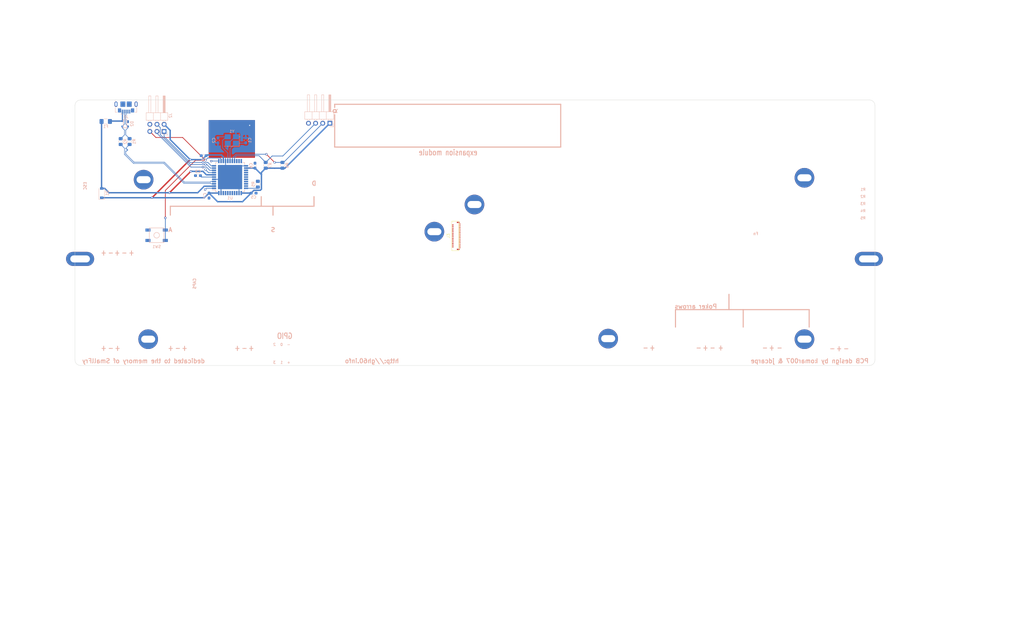
<source format=kicad_pcb>
(kicad_pcb (version 20171130) (host pcbnew "(5.1.0)-1")

  (general
    (thickness 1.6)
    (drawings 245)
    (tracks 231)
    (zones 0)
    (modules 31)
    (nets 42)
  )

  (page A3)
  (layers
    (0 F.Cu signal)
    (31 B.Cu signal)
    (32 B.Adhes user)
    (33 F.Adhes user)
    (34 B.Paste user)
    (35 F.Paste user)
    (36 B.SilkS user)
    (37 F.SilkS user)
    (38 B.Mask user)
    (39 F.Mask user)
    (40 Dwgs.User user)
    (41 Cmts.User user)
    (42 Eco1.User user)
    (43 Eco2.User user)
    (44 Edge.Cuts user)
    (45 Margin user)
    (46 B.CrtYd user)
    (47 F.CrtYd user)
    (48 B.Fab user)
    (49 F.Fab user)
  )

  (setup
    (last_trace_width 0.25)
    (trace_clearance 0.2)
    (zone_clearance 0.508)
    (zone_45_only no)
    (trace_min 0.2)
    (via_size 0.8)
    (via_drill 0.4)
    (via_min_size 0.4)
    (via_min_drill 0.3)
    (uvia_size 0.3)
    (uvia_drill 0.1)
    (uvias_allowed no)
    (uvia_min_size 0.2)
    (uvia_min_drill 0.1)
    (edge_width 0.05)
    (segment_width 0.2)
    (pcb_text_width 0.3)
    (pcb_text_size 1.5 1.5)
    (mod_edge_width 0.12)
    (mod_text_size 1 1)
    (mod_text_width 0.15)
    (pad_size 1.524 1.524)
    (pad_drill 0.762)
    (pad_to_mask_clearance 0.051)
    (solder_mask_min_width 0.25)
    (aux_axis_origin 0 0)
    (visible_elements 7FFFFFFF)
    (pcbplotparams
      (layerselection 0x010fc_ffffffff)
      (usegerberextensions false)
      (usegerberattributes false)
      (usegerberadvancedattributes false)
      (creategerberjobfile false)
      (excludeedgelayer true)
      (linewidth 0.100000)
      (plotframeref false)
      (viasonmask false)
      (mode 1)
      (useauxorigin false)
      (hpglpennumber 1)
      (hpglpenspeed 20)
      (hpglpendiameter 15.000000)
      (psnegative false)
      (psa4output false)
      (plotreference true)
      (plotvalue true)
      (plotinvisibletext false)
      (padsonsilk false)
      (subtractmaskfromsilk false)
      (outputformat 1)
      (mirror false)
      (drillshape 1)
      (scaleselection 1)
      (outputdirectory ""))
  )

  (net 0 "")
  (net 1 GND)
  (net 2 "Net-(C1-Pad1)")
  (net 3 "Net-(C2-Pad1)")
  (net 4 "Net-(C3-Pad1)")
  (net 5 +5V)
  (net 6 VBUS)
  (net 7 VCC)
  (net 8 "Net-(J1-Pad4)")
  (net 9 ~RESET)
  (net 10 PB2_MOSI)
  (net 11 PB1_SCK)
  (net 12 PB3_MISO)
  (net 13 "Net-(J3-PadMP)")
  (net 14 PF7)
  (net 15 PF6)
  (net 16 PF5)
  (net 17 PF4)
  (net 18 PF1)
  (net 19 PF0)
  (net 20 PE6)
  (net 21 PD7)
  (net 22 PD6)
  (net 23 PD5)
  (net 24 PD4)
  (net 25 PD3)
  (net 26 PD2)
  (net 27 PD1_SDA)
  (net 28 PD0_SCL)
  (net 29 PC7)
  (net 30 PC6)
  (net 31 PB7)
  (net 32 PB6)
  (net 33 PB5)
  (net 34 PB4)
  (net 35 PB0)
  (net 36 D+)
  (net 37 D-)
  (net 38 "Net-(R5-Pad2)")
  (net 39 "Net-(U1-Pad42)")
  (net 40 /DP)
  (net 41 /DN)

  (net_class Default "これはデフォルトのネット クラスです。"
    (clearance 0.2)
    (trace_width 0.25)
    (via_dia 0.8)
    (via_drill 0.4)
    (uvia_dia 0.3)
    (uvia_drill 0.1)
    (add_net /DN)
    (add_net /DP)
    (add_net D+)
    (add_net D-)
    (add_net GND)
    (add_net "Net-(C1-Pad1)")
    (add_net "Net-(C2-Pad1)")
    (add_net "Net-(C3-Pad1)")
    (add_net "Net-(J1-Pad4)")
    (add_net "Net-(J3-PadMP)")
    (add_net "Net-(R5-Pad2)")
    (add_net "Net-(U1-Pad42)")
    (add_net PB0)
    (add_net PB1_SCK)
    (add_net PB2_MOSI)
    (add_net PB3_MISO)
    (add_net PB4)
    (add_net PB5)
    (add_net PB6)
    (add_net PB7)
    (add_net PC6)
    (add_net PC7)
    (add_net PD0_SCL)
    (add_net PD1_SDA)
    (add_net PD2)
    (add_net PD3)
    (add_net PD4)
    (add_net PD5)
    (add_net PD6)
    (add_net PD7)
    (add_net PE6)
    (add_net PF0)
    (add_net PF1)
    (add_net PF4)
    (add_net PF5)
    (add_net PF6)
    (add_net PF7)
    (add_net ~RESET)
  )

  (net_class V ""
    (clearance 0.2)
    (trace_width 0.5)
    (via_dia 0.8)
    (via_drill 0.4)
    (uvia_dia 0.3)
    (uvia_drill 0.1)
    (add_net +5V)
    (add_net VBUS)
    (add_net VCC)
  )

  (module Capacitor_SMD:C_0603_1608Metric_Pad1.05x0.95mm_HandSolder (layer B.Cu) (tedit 5B301BBE) (tstamp 5D2E5900)
    (at 85.852 69.85)
    (descr "Capacitor SMD 0603 (1608 Metric), square (rectangular) end terminal, IPC_7351 nominal with elongated pad for handsoldering. (Body size source: http://www.tortai-tech.com/upload/download/2011102023233369053.pdf), generated with kicad-footprint-generator")
    (tags "capacitor handsolder")
    (path /5D2C6049)
    (attr smd)
    (fp_text reference C4 (at 0 1.43) (layer B.SilkS)
      (effects (font (size 1 1) (thickness 0.15)) (justify mirror))
    )
    (fp_text value 0.1uF (at 0 -1.43) (layer B.Fab)
      (effects (font (size 1 1) (thickness 0.15)) (justify mirror))
    )
    (fp_text user %R (at 0 0) (layer B.Fab)
      (effects (font (size 0.4 0.4) (thickness 0.06)) (justify mirror))
    )
    (fp_line (start 1.65 -0.73) (end -1.65 -0.73) (layer B.CrtYd) (width 0.05))
    (fp_line (start 1.65 0.73) (end 1.65 -0.73) (layer B.CrtYd) (width 0.05))
    (fp_line (start -1.65 0.73) (end 1.65 0.73) (layer B.CrtYd) (width 0.05))
    (fp_line (start -1.65 -0.73) (end -1.65 0.73) (layer B.CrtYd) (width 0.05))
    (fp_line (start -0.171267 -0.51) (end 0.171267 -0.51) (layer B.SilkS) (width 0.12))
    (fp_line (start -0.171267 0.51) (end 0.171267 0.51) (layer B.SilkS) (width 0.12))
    (fp_line (start 0.8 -0.4) (end -0.8 -0.4) (layer B.Fab) (width 0.1))
    (fp_line (start 0.8 0.4) (end 0.8 -0.4) (layer B.Fab) (width 0.1))
    (fp_line (start -0.8 0.4) (end 0.8 0.4) (layer B.Fab) (width 0.1))
    (fp_line (start -0.8 -0.4) (end -0.8 0.4) (layer B.Fab) (width 0.1))
    (pad 2 smd roundrect (at 0.875 0) (size 1.05 0.95) (layers B.Cu B.Paste B.Mask) (roundrect_rratio 0.25)
      (net 5 +5V))
    (pad 1 smd roundrect (at -0.875 0) (size 1.05 0.95) (layers B.Cu B.Paste B.Mask) (roundrect_rratio 0.25)
      (net 1 GND))
    (model ${KISYS3DMOD}/Capacitor_SMD.3dshapes/C_0603_1608Metric.wrl
      (at (xyz 0 0 0))
      (scale (xyz 1 1 1))
      (rotate (xyz 0 0 0))
    )
  )

  (module Capacitor_SMD:C_0603_1608Metric_Pad1.05x0.95mm_HandSolder (layer B.Cu) (tedit 5B301BBE) (tstamp 5D2E58CD)
    (at 100.838 64.389 90)
    (descr "Capacitor SMD 0603 (1608 Metric), square (rectangular) end terminal, IPC_7351 nominal with elongated pad for handsoldering. (Body size source: http://www.tortai-tech.com/upload/download/2011102023233369053.pdf), generated with kicad-footprint-generator")
    (tags "capacitor handsolder")
    (path /5D2B4FA2)
    (attr smd)
    (fp_text reference C1 (at 0 1.43 90) (layer B.SilkS)
      (effects (font (size 1 1) (thickness 0.15)) (justify mirror))
    )
    (fp_text value 22pF (at 0 -1.43 90) (layer B.Fab)
      (effects (font (size 1 1) (thickness 0.15)) (justify mirror))
    )
    (fp_text user %R (at 0 0 90) (layer B.Fab)
      (effects (font (size 0.4 0.4) (thickness 0.06)) (justify mirror))
    )
    (fp_line (start 1.65 -0.73) (end -1.65 -0.73) (layer B.CrtYd) (width 0.05))
    (fp_line (start 1.65 0.73) (end 1.65 -0.73) (layer B.CrtYd) (width 0.05))
    (fp_line (start -1.65 0.73) (end 1.65 0.73) (layer B.CrtYd) (width 0.05))
    (fp_line (start -1.65 -0.73) (end -1.65 0.73) (layer B.CrtYd) (width 0.05))
    (fp_line (start -0.171267 -0.51) (end 0.171267 -0.51) (layer B.SilkS) (width 0.12))
    (fp_line (start -0.171267 0.51) (end 0.171267 0.51) (layer B.SilkS) (width 0.12))
    (fp_line (start 0.8 -0.4) (end -0.8 -0.4) (layer B.Fab) (width 0.1))
    (fp_line (start 0.8 0.4) (end 0.8 -0.4) (layer B.Fab) (width 0.1))
    (fp_line (start -0.8 0.4) (end 0.8 0.4) (layer B.Fab) (width 0.1))
    (fp_line (start -0.8 -0.4) (end -0.8 0.4) (layer B.Fab) (width 0.1))
    (pad 2 smd roundrect (at 0.875 0 90) (size 1.05 0.95) (layers B.Cu B.Paste B.Mask) (roundrect_rratio 0.25)
      (net 1 GND))
    (pad 1 smd roundrect (at -0.875 0 90) (size 1.05 0.95) (layers B.Cu B.Paste B.Mask) (roundrect_rratio 0.25)
      (net 2 "Net-(C1-Pad1)"))
    (model ${KISYS3DMOD}/Capacitor_SMD.3dshapes/C_0603_1608Metric.wrl
      (at (xyz 0 0 0))
      (scale (xyz 1 1 1))
      (rotate (xyz 0 0 0))
    )
  )

  (module Package_QFP:TQFP-44_10x10mm_P0.8mm (layer B.Cu) (tedit 5A02F146) (tstamp 5D2E5B57)
    (at 95.25 77.47)
    (descr "44-Lead Plastic Thin Quad Flatpack (PT) - 10x10x1.0 mm Body [TQFP] (see Microchip Packaging Specification 00000049BS.pdf)")
    (tags "QFP 0.8")
    (path /5D2A4618)
    (attr smd)
    (fp_text reference U1 (at 0 7.45) (layer B.SilkS)
      (effects (font (size 1 1) (thickness 0.15)) (justify mirror))
    )
    (fp_text value ATmega32U4-AU (at 0 -7.45) (layer B.Fab)
      (effects (font (size 1 1) (thickness 0.15)) (justify mirror))
    )
    (fp_line (start -5.175 4.6) (end -6.45 4.6) (layer B.SilkS) (width 0.15))
    (fp_line (start 5.175 5.175) (end 4.5 5.175) (layer B.SilkS) (width 0.15))
    (fp_line (start 5.175 -5.175) (end 4.5 -5.175) (layer B.SilkS) (width 0.15))
    (fp_line (start -5.175 -5.175) (end -4.5 -5.175) (layer B.SilkS) (width 0.15))
    (fp_line (start -5.175 5.175) (end -4.5 5.175) (layer B.SilkS) (width 0.15))
    (fp_line (start -5.175 -5.175) (end -5.175 -4.5) (layer B.SilkS) (width 0.15))
    (fp_line (start 5.175 -5.175) (end 5.175 -4.5) (layer B.SilkS) (width 0.15))
    (fp_line (start 5.175 5.175) (end 5.175 4.5) (layer B.SilkS) (width 0.15))
    (fp_line (start -5.175 5.175) (end -5.175 4.6) (layer B.SilkS) (width 0.15))
    (fp_line (start -6.7 -6.7) (end 6.7 -6.7) (layer B.CrtYd) (width 0.05))
    (fp_line (start -6.7 6.7) (end 6.7 6.7) (layer B.CrtYd) (width 0.05))
    (fp_line (start 6.7 6.7) (end 6.7 -6.7) (layer B.CrtYd) (width 0.05))
    (fp_line (start -6.7 6.7) (end -6.7 -6.7) (layer B.CrtYd) (width 0.05))
    (fp_line (start -5 4) (end -4 5) (layer B.Fab) (width 0.15))
    (fp_line (start -5 -5) (end -5 4) (layer B.Fab) (width 0.15))
    (fp_line (start 5 -5) (end -5 -5) (layer B.Fab) (width 0.15))
    (fp_line (start 5 5) (end 5 -5) (layer B.Fab) (width 0.15))
    (fp_line (start -4 5) (end 5 5) (layer B.Fab) (width 0.15))
    (fp_text user %R (at 0 0) (layer B.Fab)
      (effects (font (size 1 1) (thickness 0.15)) (justify mirror))
    )
    (pad 44 smd rect (at -4 5.7 270) (size 1.5 0.55) (layers B.Cu B.Paste B.Mask)
      (net 5 +5V))
    (pad 43 smd rect (at -3.2 5.7 270) (size 1.5 0.55) (layers B.Cu B.Paste B.Mask)
      (net 1 GND))
    (pad 42 smd rect (at -2.4 5.7 270) (size 1.5 0.55) (layers B.Cu B.Paste B.Mask)
      (net 39 "Net-(U1-Pad42)"))
    (pad 41 smd rect (at -1.6 5.7 270) (size 1.5 0.55) (layers B.Cu B.Paste B.Mask)
      (net 19 PF0))
    (pad 40 smd rect (at -0.8 5.7 270) (size 1.5 0.55) (layers B.Cu B.Paste B.Mask)
      (net 18 PF1))
    (pad 39 smd rect (at 0 5.7 270) (size 1.5 0.55) (layers B.Cu B.Paste B.Mask)
      (net 17 PF4))
    (pad 38 smd rect (at 0.8 5.7 270) (size 1.5 0.55) (layers B.Cu B.Paste B.Mask)
      (net 16 PF5))
    (pad 37 smd rect (at 1.6 5.7 270) (size 1.5 0.55) (layers B.Cu B.Paste B.Mask)
      (net 15 PF6))
    (pad 36 smd rect (at 2.4 5.7 270) (size 1.5 0.55) (layers B.Cu B.Paste B.Mask)
      (net 14 PF7))
    (pad 35 smd rect (at 3.2 5.7 270) (size 1.5 0.55) (layers B.Cu B.Paste B.Mask)
      (net 1 GND))
    (pad 34 smd rect (at 4 5.7 270) (size 1.5 0.55) (layers B.Cu B.Paste B.Mask)
      (net 5 +5V))
    (pad 33 smd rect (at 5.7 4) (size 1.5 0.55) (layers B.Cu B.Paste B.Mask)
      (net 38 "Net-(R5-Pad2)"))
    (pad 32 smd rect (at 5.7 3.2) (size 1.5 0.55) (layers B.Cu B.Paste B.Mask)
      (net 29 PC7))
    (pad 31 smd rect (at 5.7 2.4) (size 1.5 0.55) (layers B.Cu B.Paste B.Mask)
      (net 30 PC6))
    (pad 30 smd rect (at 5.7 1.6) (size 1.5 0.55) (layers B.Cu B.Paste B.Mask)
      (net 32 PB6))
    (pad 29 smd rect (at 5.7 0.8) (size 1.5 0.55) (layers B.Cu B.Paste B.Mask)
      (net 33 PB5))
    (pad 28 smd rect (at 5.7 0) (size 1.5 0.55) (layers B.Cu B.Paste B.Mask)
      (net 34 PB4))
    (pad 27 smd rect (at 5.7 -0.8) (size 1.5 0.55) (layers B.Cu B.Paste B.Mask)
      (net 21 PD7))
    (pad 26 smd rect (at 5.7 -1.6) (size 1.5 0.55) (layers B.Cu B.Paste B.Mask)
      (net 22 PD6))
    (pad 25 smd rect (at 5.7 -2.4) (size 1.5 0.55) (layers B.Cu B.Paste B.Mask)
      (net 24 PD4))
    (pad 24 smd rect (at 5.7 -3.2) (size 1.5 0.55) (layers B.Cu B.Paste B.Mask)
      (net 5 +5V))
    (pad 23 smd rect (at 5.7 -4) (size 1.5 0.55) (layers B.Cu B.Paste B.Mask)
      (net 1 GND))
    (pad 22 smd rect (at 4 -5.7 270) (size 1.5 0.55) (layers B.Cu B.Paste B.Mask)
      (net 23 PD5))
    (pad 21 smd rect (at 3.2 -5.7 270) (size 1.5 0.55) (layers B.Cu B.Paste B.Mask)
      (net 25 PD3))
    (pad 20 smd rect (at 2.4 -5.7 270) (size 1.5 0.55) (layers B.Cu B.Paste B.Mask)
      (net 26 PD2))
    (pad 19 smd rect (at 1.6 -5.7 270) (size 1.5 0.55) (layers B.Cu B.Paste B.Mask)
      (net 27 PD1_SDA))
    (pad 18 smd rect (at 0.8 -5.7 270) (size 1.5 0.55) (layers B.Cu B.Paste B.Mask)
      (net 28 PD0_SCL))
    (pad 17 smd rect (at 0 -5.7 270) (size 1.5 0.55) (layers B.Cu B.Paste B.Mask)
      (net 2 "Net-(C1-Pad1)"))
    (pad 16 smd rect (at -0.8 -5.7 270) (size 1.5 0.55) (layers B.Cu B.Paste B.Mask)
      (net 3 "Net-(C2-Pad1)"))
    (pad 15 smd rect (at -1.6 -5.7 270) (size 1.5 0.55) (layers B.Cu B.Paste B.Mask)
      (net 1 GND))
    (pad 14 smd rect (at -2.4 -5.7 270) (size 1.5 0.55) (layers B.Cu B.Paste B.Mask)
      (net 5 +5V))
    (pad 13 smd rect (at -3.2 -5.7 270) (size 1.5 0.55) (layers B.Cu B.Paste B.Mask)
      (net 9 ~RESET))
    (pad 12 smd rect (at -4 -5.7 270) (size 1.5 0.55) (layers B.Cu B.Paste B.Mask)
      (net 31 PB7))
    (pad 11 smd rect (at -5.7 -4) (size 1.5 0.55) (layers B.Cu B.Paste B.Mask)
      (net 12 PB3_MISO))
    (pad 10 smd rect (at -5.7 -3.2) (size 1.5 0.55) (layers B.Cu B.Paste B.Mask)
      (net 10 PB2_MOSI))
    (pad 9 smd rect (at -5.7 -2.4) (size 1.5 0.55) (layers B.Cu B.Paste B.Mask)
      (net 11 PB1_SCK))
    (pad 8 smd rect (at -5.7 -1.6) (size 1.5 0.55) (layers B.Cu B.Paste B.Mask)
      (net 35 PB0))
    (pad 7 smd rect (at -5.7 -0.8) (size 1.5 0.55) (layers B.Cu B.Paste B.Mask)
      (net 6 VBUS))
    (pad 6 smd rect (at -5.7 0) (size 1.5 0.55) (layers B.Cu B.Paste B.Mask)
      (net 4 "Net-(C3-Pad1)"))
    (pad 5 smd rect (at -5.7 0.8) (size 1.5 0.55) (layers B.Cu B.Paste B.Mask)
      (net 1 GND))
    (pad 4 smd rect (at -5.7 1.6) (size 1.5 0.55) (layers B.Cu B.Paste B.Mask)
      (net 36 D+))
    (pad 3 smd rect (at -5.7 2.4) (size 1.5 0.55) (layers B.Cu B.Paste B.Mask)
      (net 37 D-))
    (pad 2 smd rect (at -5.7 3.2) (size 1.5 0.55) (layers B.Cu B.Paste B.Mask)
      (net 6 VBUS))
    (pad 1 smd rect (at -5.7 4) (size 1.5 0.55) (layers B.Cu B.Paste B.Mask)
      (net 20 PE6))
    (model ${KISYS3DMOD}/Package_QFP.3dshapes/TQFP-44_10x10mm_P0.8mm.wrl
      (at (xyz 0 0 0))
      (scale (xyz 1 1 1))
      (rotate (xyz 0 0 0))
    )
  )

  (module Orbit_locallib:SOT143B (layer B.Cu) (tedit 5A6FCBCD) (tstamp 5D2E7598)
    (at 57.8739 58.4766 270)
    (path /5D2F4A70)
    (fp_text reference D2 (at 0 -2.45 270) (layer B.SilkS)
      (effects (font (size 1 1) (thickness 0.15)) (justify mirror))
    )
    (fp_text value PRTR5V0U2X (at 0 2.3 270) (layer B.Fab)
      (effects (font (size 1 1) (thickness 0.15)) (justify mirror))
    )
    (fp_line (start -1.45 0.65) (end 1.45 0.65) (layer B.SilkS) (width 0.15))
    (fp_line (start -1.45 0.65) (end -1.45 -0.65) (layer B.SilkS) (width 0.15))
    (fp_line (start -1.45 -0.65) (end 1.45 -0.65) (layer B.SilkS) (width 0.15))
    (fp_line (start 1.45 -0.65) (end 1.45 0.65) (layer B.SilkS) (width 0.15))
    (fp_line (start -1.45 1.45) (end 1.45 1.45) (layer B.Fab) (width 0.15))
    (fp_line (start 1.45 1.45) (end 1.45 -1.45) (layer B.Fab) (width 0.15))
    (fp_line (start 1.45 -1.45) (end -1.45 -1.45) (layer B.Fab) (width 0.15))
    (fp_line (start -1.45 -1.45) (end -1.45 1.45) (layer B.Fab) (width 0.15))
    (fp_line (start -1.45 0.65) (end 1.45 0.65) (layer B.Fab) (width 0.15))
    (fp_line (start 1.45 -0.65) (end -1.45 -0.65) (layer B.Fab) (width 0.15))
    (fp_line (start -0.1 -0.65) (end -0.1 -1.45) (layer B.Fab) (width 0.15))
    (fp_line (start 0.55 -1.45) (end 0.55 -0.65) (layer B.Fab) (width 0.15))
    (fp_line (start -0.55 0.65) (end -0.55 1.45) (layer B.Fab) (width 0.15))
    (fp_line (start 0.55 1.45) (end 0.55 0.65) (layer B.Fab) (width 0.15))
    (pad 1 smd rect (at -0.75 -1 270) (size 1 0.7) (layers B.Cu B.Paste B.Mask)
      (net 1 GND))
    (pad 4 smd rect (at -0.95 1 270) (size 0.6 0.7) (layers B.Cu B.Paste B.Mask)
      (net 7 VCC))
    (pad 2 smd rect (at 0.95 -1 270) (size 0.6 0.7) (layers B.Cu B.Paste B.Mask)
      (net 40 /DP))
    (pad 3 smd rect (at 0.95 1 270) (size 0.6 0.7) (layers B.Cu B.Paste B.Mask)
      (net 41 /DN))
  )

  (module Crystal:Crystal_SMD_3225-4Pin_3.2x2.5mm_HandSoldering (layer B.Cu) (tedit 5A0FD1B2) (tstamp 5D2E5B6B)
    (at 95.885 64.262 180)
    (descr "SMD Crystal SERIES SMD3225/4 http://www.txccrystal.com/images/pdf/7m-accuracy.pdf, hand-soldering, 3.2x2.5mm^2 package")
    (tags "SMD SMT crystal hand-soldering")
    (path /5D2AD14C)
    (attr smd)
    (fp_text reference Y1 (at 0 3.05 180) (layer B.SilkS)
      (effects (font (size 1 1) (thickness 0.15)) (justify mirror))
    )
    (fp_text value 16MHz (at 0 -3.05 180) (layer B.Fab)
      (effects (font (size 1 1) (thickness 0.15)) (justify mirror))
    )
    (fp_line (start 2.8 2.3) (end -2.8 2.3) (layer B.CrtYd) (width 0.05))
    (fp_line (start 2.8 -2.3) (end 2.8 2.3) (layer B.CrtYd) (width 0.05))
    (fp_line (start -2.8 -2.3) (end 2.8 -2.3) (layer B.CrtYd) (width 0.05))
    (fp_line (start -2.8 2.3) (end -2.8 -2.3) (layer B.CrtYd) (width 0.05))
    (fp_line (start -2.7 -2.25) (end 2.7 -2.25) (layer B.SilkS) (width 0.12))
    (fp_line (start -2.7 2.25) (end -2.7 -2.25) (layer B.SilkS) (width 0.12))
    (fp_line (start -1.6 -0.25) (end -0.6 -1.25) (layer B.Fab) (width 0.1))
    (fp_line (start 1.6 1.25) (end -1.6 1.25) (layer B.Fab) (width 0.1))
    (fp_line (start 1.6 -1.25) (end 1.6 1.25) (layer B.Fab) (width 0.1))
    (fp_line (start -1.6 -1.25) (end 1.6 -1.25) (layer B.Fab) (width 0.1))
    (fp_line (start -1.6 1.25) (end -1.6 -1.25) (layer B.Fab) (width 0.1))
    (fp_text user %R (at 0 0 180) (layer B.Fab)
      (effects (font (size 0.7 0.7) (thickness 0.105)) (justify mirror))
    )
    (pad 4 smd rect (at -1.45 1.15 180) (size 2.1 1.8) (layers B.Cu B.Paste B.Mask)
      (net 1 GND))
    (pad 3 smd rect (at 1.45 1.15 180) (size 2.1 1.8) (layers B.Cu B.Paste B.Mask)
      (net 3 "Net-(C2-Pad1)"))
    (pad 2 smd rect (at 1.45 -1.15 180) (size 2.1 1.8) (layers B.Cu B.Paste B.Mask)
      (net 1 GND))
    (pad 1 smd rect (at -1.45 -1.15 180) (size 2.1 1.8) (layers B.Cu B.Paste B.Mask)
      (net 2 "Net-(C1-Pad1)"))
    (model ${KISYS3DMOD}/Crystal.3dshapes/Crystal_SMD_3225-4Pin_3.2x2.5mm_HandSoldering.wrl
      (at (xyz 0 0 0))
      (scale (xyz 1 1 1))
      (rotate (xyz 0 0 0))
    )
  )

  (module Orbit_locallib:SKQGADE010 (layer B.Cu) (tedit 5B954366) (tstamp 5D2E5B14)
    (at 69.1 98.2 180)
    (path /5D2AAF28)
    (fp_text reference SW1 (at 0 -4.064 180) (layer B.SilkS)
      (effects (font (size 1 1) (thickness 0.15)) (justify mirror))
    )
    (fp_text value SW_Push (at 0 4.064 180) (layer B.Fab)
      (effects (font (size 1 1) (thickness 0.15)) (justify mirror))
    )
    (fp_line (start -2.6 2.6) (end 2.6 2.6) (layer B.SilkS) (width 0.15))
    (fp_line (start 2.6 2.6) (end 2.6 -2.6) (layer B.SilkS) (width 0.15))
    (fp_line (start 2.6 -2.6) (end -2.6 -2.6) (layer B.SilkS) (width 0.15))
    (fp_line (start -2.6 -2.6) (end -2.6 2.6) (layer B.SilkS) (width 0.15))
    (fp_circle (center 0 0) (end 1 0) (layer B.SilkS) (width 0.15))
    (fp_line (start -4.2 2.6) (end 4.2 2.6) (layer B.Fab) (width 0.15))
    (fp_line (start 4.2 2.6) (end 4.2 1.2) (layer B.Fab) (width 0.15))
    (fp_line (start 4.2 1.1) (end 2.6 1.1) (layer B.Fab) (width 0.15))
    (fp_line (start 2.6 1.1) (end 2.6 -1.1) (layer B.Fab) (width 0.15))
    (fp_line (start 2.6 -1.1) (end 4.2 -1.1) (layer B.Fab) (width 0.15))
    (fp_line (start 4.2 -1.1) (end 4.2 -2.6) (layer B.Fab) (width 0.15))
    (fp_line (start 4.2 -2.6) (end -4.2 -2.6) (layer B.Fab) (width 0.15))
    (fp_line (start -4.2 -2.6) (end -4.2 -1.1) (layer B.Fab) (width 0.15))
    (fp_line (start -4.2 -1.1) (end -2.6 -1.1) (layer B.Fab) (width 0.15))
    (fp_line (start -2.6 -1.1) (end -2.6 1.1) (layer B.Fab) (width 0.15))
    (fp_line (start -2.6 1.1) (end -4.2 1.1) (layer B.Fab) (width 0.15))
    (fp_line (start -4.2 1.1) (end -4.2 2.6) (layer B.Fab) (width 0.15))
    (fp_circle (center 0 0) (end 1 0) (layer B.Fab) (width 0.15))
    (fp_line (start -2.6 1.1) (end -1.1 2.6) (layer B.Fab) (width 0.15))
    (fp_line (start 2.6 1.1) (end 1.1 2.6) (layer B.Fab) (width 0.15))
    (fp_line (start 2.6 -1.1) (end 1.1 -2.6) (layer B.Fab) (width 0.15))
    (fp_line (start -2.6 -1.1) (end -1.1 -2.6) (layer B.Fab) (width 0.15))
    (pad 4 smd rect (at -3.1 -1.85 180) (size 1.8 1.1) (layers B.Cu B.Paste B.Mask)
      (net 9 ~RESET))
    (pad 3 smd rect (at 3.1 1.85 180) (size 1.8 1.1) (layers B.Cu B.Paste B.Mask)
      (net 1 GND))
    (pad 2 smd rect (at -3.1 1.85 180) (size 1.8 1.1) (layers B.Cu B.Paste B.Mask)
      (net 9 ~RESET))
    (pad 1 smd rect (at 3.1 -1.85 180) (size 1.8 1.1) (layers B.Cu B.Paste B.Mask)
      (net 1 GND))
  )

  (module Resistor_SMD:R_0805_2012Metric_Pad1.15x1.40mm_HandSolder (layer B.Cu) (tedit 5B36C52B) (tstamp 5D2E5AAE)
    (at 107.95 73.279 90)
    (descr "Resistor SMD 0805 (2012 Metric), square (rectangular) end terminal, IPC_7351 nominal with elongated pad for handsoldering. (Body size source: https://docs.google.com/spreadsheets/d/1BsfQQcO9C6DZCsRaXUlFlo91Tg2WpOkGARC1WS5S8t0/edit?usp=sharing), generated with kicad-footprint-generator")
    (tags "resistor handsolder")
    (path /5D435CC8)
    (attr smd)
    (fp_text reference R7 (at 0 1.65 90) (layer B.SilkS)
      (effects (font (size 1 1) (thickness 0.15)) (justify mirror))
    )
    (fp_text value 4.7k (at 0 -1.65 90) (layer B.Fab)
      (effects (font (size 1 1) (thickness 0.15)) (justify mirror))
    )
    (fp_text user %R (at 0 0 90) (layer B.Fab)
      (effects (font (size 0.5 0.5) (thickness 0.08)) (justify mirror))
    )
    (fp_line (start 1.85 -0.95) (end -1.85 -0.95) (layer B.CrtYd) (width 0.05))
    (fp_line (start 1.85 0.95) (end 1.85 -0.95) (layer B.CrtYd) (width 0.05))
    (fp_line (start -1.85 0.95) (end 1.85 0.95) (layer B.CrtYd) (width 0.05))
    (fp_line (start -1.85 -0.95) (end -1.85 0.95) (layer B.CrtYd) (width 0.05))
    (fp_line (start -0.261252 -0.71) (end 0.261252 -0.71) (layer B.SilkS) (width 0.12))
    (fp_line (start -0.261252 0.71) (end 0.261252 0.71) (layer B.SilkS) (width 0.12))
    (fp_line (start 1 -0.6) (end -1 -0.6) (layer B.Fab) (width 0.1))
    (fp_line (start 1 0.6) (end 1 -0.6) (layer B.Fab) (width 0.1))
    (fp_line (start -1 0.6) (end 1 0.6) (layer B.Fab) (width 0.1))
    (fp_line (start -1 -0.6) (end -1 0.6) (layer B.Fab) (width 0.1))
    (pad 2 smd roundrect (at 1.025 0 90) (size 1.15 1.4) (layers B.Cu B.Paste B.Mask) (roundrect_rratio 0.217391)
      (net 27 PD1_SDA))
    (pad 1 smd roundrect (at -1.025 0 90) (size 1.15 1.4) (layers B.Cu B.Paste B.Mask) (roundrect_rratio 0.217391)
      (net 5 +5V))
    (model ${KISYS3DMOD}/Resistor_SMD.3dshapes/R_0805_2012Metric.wrl
      (at (xyz 0 0 0))
      (scale (xyz 1 1 1))
      (rotate (xyz 0 0 0))
    )
  )

  (module Resistor_SMD:R_0805_2012Metric_Pad1.15x1.40mm_HandSolder (layer B.Cu) (tedit 5B36C52B) (tstamp 5D2E5A9D)
    (at 113.919 73.279 90)
    (descr "Resistor SMD 0805 (2012 Metric), square (rectangular) end terminal, IPC_7351 nominal with elongated pad for handsoldering. (Body size source: https://docs.google.com/spreadsheets/d/1BsfQQcO9C6DZCsRaXUlFlo91Tg2WpOkGARC1WS5S8t0/edit?usp=sharing), generated with kicad-footprint-generator")
    (tags "resistor handsolder")
    (path /5D435D2E)
    (attr smd)
    (fp_text reference R6 (at 0 1.65 90) (layer B.SilkS)
      (effects (font (size 1 1) (thickness 0.15)) (justify mirror))
    )
    (fp_text value 4.7k (at 0 -1.65 90) (layer B.Fab)
      (effects (font (size 1 1) (thickness 0.15)) (justify mirror))
    )
    (fp_text user %R (at 0 0 90) (layer B.Fab)
      (effects (font (size 0.5 0.5) (thickness 0.08)) (justify mirror))
    )
    (fp_line (start 1.85 -0.95) (end -1.85 -0.95) (layer B.CrtYd) (width 0.05))
    (fp_line (start 1.85 0.95) (end 1.85 -0.95) (layer B.CrtYd) (width 0.05))
    (fp_line (start -1.85 0.95) (end 1.85 0.95) (layer B.CrtYd) (width 0.05))
    (fp_line (start -1.85 -0.95) (end -1.85 0.95) (layer B.CrtYd) (width 0.05))
    (fp_line (start -0.261252 -0.71) (end 0.261252 -0.71) (layer B.SilkS) (width 0.12))
    (fp_line (start -0.261252 0.71) (end 0.261252 0.71) (layer B.SilkS) (width 0.12))
    (fp_line (start 1 -0.6) (end -1 -0.6) (layer B.Fab) (width 0.1))
    (fp_line (start 1 0.6) (end 1 -0.6) (layer B.Fab) (width 0.1))
    (fp_line (start -1 0.6) (end 1 0.6) (layer B.Fab) (width 0.1))
    (fp_line (start -1 -0.6) (end -1 0.6) (layer B.Fab) (width 0.1))
    (pad 2 smd roundrect (at 1.025 0 90) (size 1.15 1.4) (layers B.Cu B.Paste B.Mask) (roundrect_rratio 0.217391)
      (net 28 PD0_SCL))
    (pad 1 smd roundrect (at -1.025 0 90) (size 1.15 1.4) (layers B.Cu B.Paste B.Mask) (roundrect_rratio 0.217391)
      (net 5 +5V))
    (model ${KISYS3DMOD}/Resistor_SMD.3dshapes/R_0805_2012Metric.wrl
      (at (xyz 0 0 0))
      (scale (xyz 1 1 1))
      (rotate (xyz 0 0 0))
    )
  )

  (module Resistor_SMD:R_0805_2012Metric_Pad1.15x1.40mm_HandSolder (layer B.Cu) (tedit 5B36C52B) (tstamp 5D2F9401)
    (at 105.156 80.01 270)
    (descr "Resistor SMD 0805 (2012 Metric), square (rectangular) end terminal, IPC_7351 nominal with elongated pad for handsoldering. (Body size source: https://docs.google.com/spreadsheets/d/1BsfQQcO9C6DZCsRaXUlFlo91Tg2WpOkGARC1WS5S8t0/edit?usp=sharing), generated with kicad-footprint-generator")
    (tags "resistor handsolder")
    (path /5D2CD886)
    (attr smd)
    (fp_text reference R5 (at 0 1.65 270) (layer B.SilkS)
      (effects (font (size 1 1) (thickness 0.15)) (justify mirror))
    )
    (fp_text value 10k (at 0 -1.65 270) (layer B.Fab)
      (effects (font (size 1 1) (thickness 0.15)) (justify mirror))
    )
    (fp_text user %R (at 0 0 270) (layer B.Fab)
      (effects (font (size 0.5 0.5) (thickness 0.08)) (justify mirror))
    )
    (fp_line (start 1.85 -0.95) (end -1.85 -0.95) (layer B.CrtYd) (width 0.05))
    (fp_line (start 1.85 0.95) (end 1.85 -0.95) (layer B.CrtYd) (width 0.05))
    (fp_line (start -1.85 0.95) (end 1.85 0.95) (layer B.CrtYd) (width 0.05))
    (fp_line (start -1.85 -0.95) (end -1.85 0.95) (layer B.CrtYd) (width 0.05))
    (fp_line (start -0.261252 -0.71) (end 0.261252 -0.71) (layer B.SilkS) (width 0.12))
    (fp_line (start -0.261252 0.71) (end 0.261252 0.71) (layer B.SilkS) (width 0.12))
    (fp_line (start 1 -0.6) (end -1 -0.6) (layer B.Fab) (width 0.1))
    (fp_line (start 1 0.6) (end 1 -0.6) (layer B.Fab) (width 0.1))
    (fp_line (start -1 0.6) (end 1 0.6) (layer B.Fab) (width 0.1))
    (fp_line (start -1 -0.6) (end -1 0.6) (layer B.Fab) (width 0.1))
    (pad 2 smd roundrect (at 1.025 0 270) (size 1.15 1.4) (layers B.Cu B.Paste B.Mask) (roundrect_rratio 0.217391)
      (net 38 "Net-(R5-Pad2)"))
    (pad 1 smd roundrect (at -1.025 0 270) (size 1.15 1.4) (layers B.Cu B.Paste B.Mask) (roundrect_rratio 0.217391)
      (net 1 GND))
    (model ${KISYS3DMOD}/Resistor_SMD.3dshapes/R_0805_2012Metric.wrl
      (at (xyz 0 0 0))
      (scale (xyz 1 1 1))
      (rotate (xyz 0 0 0))
    )
  )

  (module Resistor_SMD:R_0805_2012Metric_Pad1.15x1.40mm_HandSolder (layer B.Cu) (tedit 5B36C52B) (tstamp 5D2E5A7B)
    (at 56.2864 64.8208 90)
    (descr "Resistor SMD 0805 (2012 Metric), square (rectangular) end terminal, IPC_7351 nominal with elongated pad for handsoldering. (Body size source: https://docs.google.com/spreadsheets/d/1BsfQQcO9C6DZCsRaXUlFlo91Tg2WpOkGARC1WS5S8t0/edit?usp=sharing), generated with kicad-footprint-generator")
    (tags "resistor handsolder")
    (path /5D2F6F89)
    (attr smd)
    (fp_text reference R2 (at 0 1.65 90) (layer B.SilkS)
      (effects (font (size 1 1) (thickness 0.15)) (justify mirror))
    )
    (fp_text value 22 (at 0 -1.65 90) (layer B.Fab)
      (effects (font (size 1 1) (thickness 0.15)) (justify mirror))
    )
    (fp_text user %R (at 0 0 90) (layer B.Fab)
      (effects (font (size 0.5 0.5) (thickness 0.08)) (justify mirror))
    )
    (fp_line (start 1.85 -0.95) (end -1.85 -0.95) (layer B.CrtYd) (width 0.05))
    (fp_line (start 1.85 0.95) (end 1.85 -0.95) (layer B.CrtYd) (width 0.05))
    (fp_line (start -1.85 0.95) (end 1.85 0.95) (layer B.CrtYd) (width 0.05))
    (fp_line (start -1.85 -0.95) (end -1.85 0.95) (layer B.CrtYd) (width 0.05))
    (fp_line (start -0.261252 -0.71) (end 0.261252 -0.71) (layer B.SilkS) (width 0.12))
    (fp_line (start -0.261252 0.71) (end 0.261252 0.71) (layer B.SilkS) (width 0.12))
    (fp_line (start 1 -0.6) (end -1 -0.6) (layer B.Fab) (width 0.1))
    (fp_line (start 1 0.6) (end 1 -0.6) (layer B.Fab) (width 0.1))
    (fp_line (start -1 0.6) (end 1 0.6) (layer B.Fab) (width 0.1))
    (fp_line (start -1 -0.6) (end -1 0.6) (layer B.Fab) (width 0.1))
    (pad 2 smd roundrect (at 1.025 0 90) (size 1.15 1.4) (layers B.Cu B.Paste B.Mask) (roundrect_rratio 0.217391)
      (net 41 /DN))
    (pad 1 smd roundrect (at -1.025 0 90) (size 1.15 1.4) (layers B.Cu B.Paste B.Mask) (roundrect_rratio 0.217391)
      (net 37 D-))
    (model ${KISYS3DMOD}/Resistor_SMD.3dshapes/R_0805_2012Metric.wrl
      (at (xyz 0 0 0))
      (scale (xyz 1 1 1))
      (rotate (xyz 0 0 0))
    )
  )

  (module Resistor_SMD:R_0805_2012Metric_Pad1.15x1.40mm_HandSolder (layer B.Cu) (tedit 5B36C52B) (tstamp 5D2E5A6A)
    (at 59.4614 64.8208 90)
    (descr "Resistor SMD 0805 (2012 Metric), square (rectangular) end terminal, IPC_7351 nominal with elongated pad for handsoldering. (Body size source: https://docs.google.com/spreadsheets/d/1BsfQQcO9C6DZCsRaXUlFlo91Tg2WpOkGARC1WS5S8t0/edit?usp=sharing), generated with kicad-footprint-generator")
    (tags "resistor handsolder")
    (path /5D2FD295)
    (attr smd)
    (fp_text reference R1 (at 0 1.65 90) (layer B.SilkS)
      (effects (font (size 1 1) (thickness 0.15)) (justify mirror))
    )
    (fp_text value 22 (at 0 -1.65 90) (layer B.Fab)
      (effects (font (size 1 1) (thickness 0.15)) (justify mirror))
    )
    (fp_text user %R (at 0 0 90) (layer B.Fab)
      (effects (font (size 0.5 0.5) (thickness 0.08)) (justify mirror))
    )
    (fp_line (start 1.85 -0.95) (end -1.85 -0.95) (layer B.CrtYd) (width 0.05))
    (fp_line (start 1.85 0.95) (end 1.85 -0.95) (layer B.CrtYd) (width 0.05))
    (fp_line (start -1.85 0.95) (end 1.85 0.95) (layer B.CrtYd) (width 0.05))
    (fp_line (start -1.85 -0.95) (end -1.85 0.95) (layer B.CrtYd) (width 0.05))
    (fp_line (start -0.261252 -0.71) (end 0.261252 -0.71) (layer B.SilkS) (width 0.12))
    (fp_line (start -0.261252 0.71) (end 0.261252 0.71) (layer B.SilkS) (width 0.12))
    (fp_line (start 1 -0.6) (end -1 -0.6) (layer B.Fab) (width 0.1))
    (fp_line (start 1 0.6) (end 1 -0.6) (layer B.Fab) (width 0.1))
    (fp_line (start -1 0.6) (end 1 0.6) (layer B.Fab) (width 0.1))
    (fp_line (start -1 -0.6) (end -1 0.6) (layer B.Fab) (width 0.1))
    (pad 2 smd roundrect (at 1.025 0 90) (size 1.15 1.4) (layers B.Cu B.Paste B.Mask) (roundrect_rratio 0.217391)
      (net 40 /DP))
    (pad 1 smd roundrect (at -1.025 0 90) (size 1.15 1.4) (layers B.Cu B.Paste B.Mask) (roundrect_rratio 0.217391)
      (net 36 D+))
    (model ${KISYS3DMOD}/Resistor_SMD.3dshapes/R_0805_2012Metric.wrl
      (at (xyz 0 0 0))
      (scale (xyz 1 1 1))
      (rotate (xyz 0 0 0))
    )
  )

  (module Connector_PinHeader_2.54mm:PinHeader_1x04_P2.54mm_Horizontal (layer B.Cu) (tedit 59FED5CB) (tstamp 5D2E5A59)
    (at 130.81 58.293 90)
    (descr "Through hole angled pin header, 1x04, 2.54mm pitch, 6mm pin length, single row")
    (tags "Through hole angled pin header THT 1x04 2.54mm single row")
    (path /5D4A2D9A)
    (fp_text reference J4 (at 4.385 2.27 90) (layer B.SilkS)
      (effects (font (size 1 1) (thickness 0.15)) (justify mirror))
    )
    (fp_text value Conn_01x04 (at 4.385 -9.89 90) (layer B.Fab)
      (effects (font (size 1 1) (thickness 0.15)) (justify mirror))
    )
    (fp_text user %R (at 2.77 -3.81) (layer B.Fab)
      (effects (font (size 1 1) (thickness 0.15)) (justify mirror))
    )
    (fp_line (start 10.55 1.8) (end -1.8 1.8) (layer B.CrtYd) (width 0.05))
    (fp_line (start 10.55 -9.4) (end 10.55 1.8) (layer B.CrtYd) (width 0.05))
    (fp_line (start -1.8 -9.4) (end 10.55 -9.4) (layer B.CrtYd) (width 0.05))
    (fp_line (start -1.8 1.8) (end -1.8 -9.4) (layer B.CrtYd) (width 0.05))
    (fp_line (start -1.27 1.27) (end 0 1.27) (layer B.SilkS) (width 0.12))
    (fp_line (start -1.27 0) (end -1.27 1.27) (layer B.SilkS) (width 0.12))
    (fp_line (start 1.042929 -8) (end 1.44 -8) (layer B.SilkS) (width 0.12))
    (fp_line (start 1.042929 -7.24) (end 1.44 -7.24) (layer B.SilkS) (width 0.12))
    (fp_line (start 10.1 -8) (end 4.1 -8) (layer B.SilkS) (width 0.12))
    (fp_line (start 10.1 -7.24) (end 10.1 -8) (layer B.SilkS) (width 0.12))
    (fp_line (start 4.1 -7.24) (end 10.1 -7.24) (layer B.SilkS) (width 0.12))
    (fp_line (start 1.44 -6.35) (end 4.1 -6.35) (layer B.SilkS) (width 0.12))
    (fp_line (start 1.042929 -5.46) (end 1.44 -5.46) (layer B.SilkS) (width 0.12))
    (fp_line (start 1.042929 -4.7) (end 1.44 -4.7) (layer B.SilkS) (width 0.12))
    (fp_line (start 10.1 -5.46) (end 4.1 -5.46) (layer B.SilkS) (width 0.12))
    (fp_line (start 10.1 -4.7) (end 10.1 -5.46) (layer B.SilkS) (width 0.12))
    (fp_line (start 4.1 -4.7) (end 10.1 -4.7) (layer B.SilkS) (width 0.12))
    (fp_line (start 1.44 -3.81) (end 4.1 -3.81) (layer B.SilkS) (width 0.12))
    (fp_line (start 1.042929 -2.92) (end 1.44 -2.92) (layer B.SilkS) (width 0.12))
    (fp_line (start 1.042929 -2.16) (end 1.44 -2.16) (layer B.SilkS) (width 0.12))
    (fp_line (start 10.1 -2.92) (end 4.1 -2.92) (layer B.SilkS) (width 0.12))
    (fp_line (start 10.1 -2.16) (end 10.1 -2.92) (layer B.SilkS) (width 0.12))
    (fp_line (start 4.1 -2.16) (end 10.1 -2.16) (layer B.SilkS) (width 0.12))
    (fp_line (start 1.44 -1.27) (end 4.1 -1.27) (layer B.SilkS) (width 0.12))
    (fp_line (start 1.11 -0.38) (end 1.44 -0.38) (layer B.SilkS) (width 0.12))
    (fp_line (start 1.11 0.38) (end 1.44 0.38) (layer B.SilkS) (width 0.12))
    (fp_line (start 4.1 -0.28) (end 10.1 -0.28) (layer B.SilkS) (width 0.12))
    (fp_line (start 4.1 -0.16) (end 10.1 -0.16) (layer B.SilkS) (width 0.12))
    (fp_line (start 4.1 -0.04) (end 10.1 -0.04) (layer B.SilkS) (width 0.12))
    (fp_line (start 4.1 0.08) (end 10.1 0.08) (layer B.SilkS) (width 0.12))
    (fp_line (start 4.1 0.2) (end 10.1 0.2) (layer B.SilkS) (width 0.12))
    (fp_line (start 4.1 0.32) (end 10.1 0.32) (layer B.SilkS) (width 0.12))
    (fp_line (start 10.1 -0.38) (end 4.1 -0.38) (layer B.SilkS) (width 0.12))
    (fp_line (start 10.1 0.38) (end 10.1 -0.38) (layer B.SilkS) (width 0.12))
    (fp_line (start 4.1 0.38) (end 10.1 0.38) (layer B.SilkS) (width 0.12))
    (fp_line (start 4.1 1.33) (end 1.44 1.33) (layer B.SilkS) (width 0.12))
    (fp_line (start 4.1 -8.95) (end 4.1 1.33) (layer B.SilkS) (width 0.12))
    (fp_line (start 1.44 -8.95) (end 4.1 -8.95) (layer B.SilkS) (width 0.12))
    (fp_line (start 1.44 1.33) (end 1.44 -8.95) (layer B.SilkS) (width 0.12))
    (fp_line (start 4.04 -7.94) (end 10.04 -7.94) (layer B.Fab) (width 0.1))
    (fp_line (start 10.04 -7.3) (end 10.04 -7.94) (layer B.Fab) (width 0.1))
    (fp_line (start 4.04 -7.3) (end 10.04 -7.3) (layer B.Fab) (width 0.1))
    (fp_line (start -0.32 -7.94) (end 1.5 -7.94) (layer B.Fab) (width 0.1))
    (fp_line (start -0.32 -7.3) (end -0.32 -7.94) (layer B.Fab) (width 0.1))
    (fp_line (start -0.32 -7.3) (end 1.5 -7.3) (layer B.Fab) (width 0.1))
    (fp_line (start 4.04 -5.4) (end 10.04 -5.4) (layer B.Fab) (width 0.1))
    (fp_line (start 10.04 -4.76) (end 10.04 -5.4) (layer B.Fab) (width 0.1))
    (fp_line (start 4.04 -4.76) (end 10.04 -4.76) (layer B.Fab) (width 0.1))
    (fp_line (start -0.32 -5.4) (end 1.5 -5.4) (layer B.Fab) (width 0.1))
    (fp_line (start -0.32 -4.76) (end -0.32 -5.4) (layer B.Fab) (width 0.1))
    (fp_line (start -0.32 -4.76) (end 1.5 -4.76) (layer B.Fab) (width 0.1))
    (fp_line (start 4.04 -2.86) (end 10.04 -2.86) (layer B.Fab) (width 0.1))
    (fp_line (start 10.04 -2.22) (end 10.04 -2.86) (layer B.Fab) (width 0.1))
    (fp_line (start 4.04 -2.22) (end 10.04 -2.22) (layer B.Fab) (width 0.1))
    (fp_line (start -0.32 -2.86) (end 1.5 -2.86) (layer B.Fab) (width 0.1))
    (fp_line (start -0.32 -2.22) (end -0.32 -2.86) (layer B.Fab) (width 0.1))
    (fp_line (start -0.32 -2.22) (end 1.5 -2.22) (layer B.Fab) (width 0.1))
    (fp_line (start 4.04 -0.32) (end 10.04 -0.32) (layer B.Fab) (width 0.1))
    (fp_line (start 10.04 0.32) (end 10.04 -0.32) (layer B.Fab) (width 0.1))
    (fp_line (start 4.04 0.32) (end 10.04 0.32) (layer B.Fab) (width 0.1))
    (fp_line (start -0.32 -0.32) (end 1.5 -0.32) (layer B.Fab) (width 0.1))
    (fp_line (start -0.32 0.32) (end -0.32 -0.32) (layer B.Fab) (width 0.1))
    (fp_line (start -0.32 0.32) (end 1.5 0.32) (layer B.Fab) (width 0.1))
    (fp_line (start 1.5 0.635) (end 2.135 1.27) (layer B.Fab) (width 0.1))
    (fp_line (start 1.5 -8.89) (end 1.5 0.635) (layer B.Fab) (width 0.1))
    (fp_line (start 4.04 -8.89) (end 1.5 -8.89) (layer B.Fab) (width 0.1))
    (fp_line (start 4.04 1.27) (end 4.04 -8.89) (layer B.Fab) (width 0.1))
    (fp_line (start 2.135 1.27) (end 4.04 1.27) (layer B.Fab) (width 0.1))
    (pad 4 thru_hole oval (at 0 -7.62 90) (size 1.7 1.7) (drill 1) (layers *.Cu *.Mask)
      (net 1 GND))
    (pad 3 thru_hole oval (at 0 -5.08 90) (size 1.7 1.7) (drill 1) (layers *.Cu *.Mask)
      (net 27 PD1_SDA))
    (pad 2 thru_hole oval (at 0 -2.54 90) (size 1.7 1.7) (drill 1) (layers *.Cu *.Mask)
      (net 28 PD0_SCL))
    (pad 1 thru_hole rect (at 0 0 90) (size 1.7 1.7) (drill 1) (layers *.Cu *.Mask)
      (net 5 +5V))
    (model ${KISYS3DMOD}/Connector_PinHeader_2.54mm.3dshapes/PinHeader_1x04_P2.54mm_Horizontal.wrl
      (at (xyz 0 0 0))
      (scale (xyz 1 1 1))
      (rotate (xyz 0 0 0))
    )
  )

  (module ChocIn60:TE_1-2013496-0 (layer F.Cu) (tedit 5D2DDDAE) (tstamp 5D2E90B4)
    (at 177.038 98.425 90)
    (path /5D2EE13C)
    (fp_text reference J3 (at 0 -4 90) (layer F.SilkS)
      (effects (font (size 1 1) (thickness 0.15)))
    )
    (fp_text value FFC_FPC_Connectors_29POS (at 0 1.5 90) (layer F.Fab)
      (effects (font (size 1 1) (thickness 0.15)))
    )
    (fp_text user Rear (at -8 -3 90) (layer F.Fab)
      (effects (font (size 1 1) (thickness 0.15)))
    )
    (fp_text user Front (at -8 0 90) (layer F.Fab)
      (effects (font (size 1 1) (thickness 0.15)))
    )
    (fp_text user "Back Flip Lock" (at 0 3 90) (layer F.Fab)
      (effects (font (size 1 1) (thickness 0.15)))
    )
    (fp_line (start 5.25 -2.775) (end 5.25 -0.325) (layer F.SilkS) (width 0.15))
    (fp_line (start -5.25 -2.775) (end -5.25 -0.325) (layer F.SilkS) (width 0.15))
    (fp_line (start 5.25 -0.325) (end -5.25 -0.325) (layer F.SilkS) (width 0.15))
    (fp_line (start 5.25 -2.775) (end -5.25 -2.775) (layer F.SilkS) (width 0.15))
    (fp_line (start -4.6 0) (end 4.6 0) (layer F.SilkS) (width 0.15))
    (pad MP smd rect (at -4.8 -0.5 90) (size 0.4 1) (layers F.Cu F.Paste F.Mask)
      (net 13 "Net-(J3-PadMP)"))
    (pad MP smd rect (at 4.8 -0.5 90) (size 0.4 1) (layers F.Cu F.Paste F.Mask)
      (net 13 "Net-(J3-PadMP)"))
    (pad 29 smd rect (at 4.2 0 90) (size 0.3 0.65) (layers F.Cu F.Paste F.Mask)
      (net 1 GND))
    (pad 28 smd rect (at 3.9 -2.45 90) (size 0.3 0.6) (layers F.Cu F.Paste F.Mask)
      (net 14 PF7))
    (pad 27 smd rect (at 3.6 0 90) (size 0.3 0.65) (layers F.Cu F.Paste F.Mask)
      (net 15 PF6))
    (pad 26 smd rect (at 3.3 -2.45 90) (size 0.3 0.6) (layers F.Cu F.Paste F.Mask)
      (net 16 PF5))
    (pad 25 smd rect (at 3 0 90) (size 0.3 0.65) (layers F.Cu F.Paste F.Mask)
      (net 17 PF4))
    (pad 24 smd rect (at 2.7 -2.45 90) (size 0.3 0.6) (layers F.Cu F.Paste F.Mask)
      (net 18 PF1))
    (pad 23 smd rect (at 2.4 0 90) (size 0.3 0.65) (layers F.Cu F.Paste F.Mask)
      (net 19 PF0))
    (pad 22 smd rect (at 2.1 -2.45 90) (size 0.3 0.6) (layers F.Cu F.Paste F.Mask)
      (net 20 PE6))
    (pad 21 smd rect (at 1.8 0 90) (size 0.3 0.65) (layers F.Cu F.Paste F.Mask)
      (net 21 PD7))
    (pad 20 smd rect (at 1.5 -2.45 90) (size 0.3 0.6) (layers F.Cu F.Paste F.Mask)
      (net 22 PD6))
    (pad 19 smd rect (at 1.2 0 90) (size 0.3 0.65) (layers F.Cu F.Paste F.Mask)
      (net 23 PD5))
    (pad 18 smd rect (at 0.9 -2.45 90) (size 0.3 0.6) (layers F.Cu F.Paste F.Mask)
      (net 24 PD4))
    (pad 17 smd rect (at 0.6 0 90) (size 0.3 0.65) (layers F.Cu F.Paste F.Mask)
      (net 25 PD3))
    (pad 16 smd rect (at 0.3 -2.45 90) (size 0.3 0.6) (layers F.Cu F.Paste F.Mask)
      (net 26 PD2))
    (pad 15 smd rect (at 0 0 90) (size 0.3 0.65) (layers F.Cu F.Paste F.Mask)
      (net 27 PD1_SDA))
    (pad 14 smd rect (at -0.3 -2.45 90) (size 0.3 0.6) (layers F.Cu F.Paste F.Mask)
      (net 28 PD0_SCL))
    (pad 13 smd rect (at -0.6 0 90) (size 0.3 0.65) (layers F.Cu F.Paste F.Mask)
      (net 29 PC7))
    (pad 12 smd rect (at -0.9 -2.45 90) (size 0.3 0.6) (layers F.Cu F.Paste F.Mask)
      (net 30 PC6))
    (pad 11 smd rect (at -1.2 0 90) (size 0.3 0.65) (layers F.Cu F.Paste F.Mask)
      (net 31 PB7))
    (pad 10 smd rect (at -1.5 -2.45 90) (size 0.3 0.6) (layers F.Cu F.Paste F.Mask)
      (net 32 PB6))
    (pad 9 smd rect (at -1.8 0 90) (size 0.3 0.65) (layers F.Cu F.Paste F.Mask)
      (net 33 PB5))
    (pad 8 smd rect (at -2.1 -2.45 90) (size 0.3 0.6) (layers F.Cu F.Paste F.Mask)
      (net 34 PB4))
    (pad 7 smd rect (at -2.4 0 90) (size 0.3 0.65) (layers F.Cu F.Paste F.Mask)
      (net 12 PB3_MISO))
    (pad 6 smd rect (at -2.7 -2.45 90) (size 0.3 0.6) (layers F.Cu F.Paste F.Mask)
      (net 10 PB2_MOSI))
    (pad 5 smd rect (at -3 0 90) (size 0.3 0.65) (layers F.Cu F.Paste F.Mask)
      (net 11 PB1_SCK))
    (pad 4 smd rect (at -3.3 -2.45 90) (size 0.3 0.6) (layers F.Cu F.Paste F.Mask)
      (net 35 PB0))
    (pad 3 smd rect (at -3.6 0 90) (size 0.3 0.65) (layers F.Cu F.Paste F.Mask)
      (net 5 +5V))
    (pad 2 smd rect (at -3.9 -2.45 90) (size 0.3 0.6) (layers F.Cu F.Paste F.Mask)
      (net 5 +5V))
    (pad 1 smd rect (at -4.2 0 90) (size 0.3 0.65) (layers F.Cu F.Paste F.Mask)
      (net 5 +5V))
  )

  (module Connector_PinHeader_2.54mm:PinHeader_2x03_P2.54mm_Horizontal (layer B.Cu) (tedit 59FED5CB) (tstamp 5D2E59E1)
    (at 71.755 61.214 90)
    (descr "Through hole angled pin header, 2x03, 2.54mm pitch, 6mm pin length, double rows")
    (tags "Through hole angled pin header THT 2x03 2.54mm double row")
    (path /5D36CB73)
    (fp_text reference J2 (at 5.655 2.27 90) (layer B.SilkS)
      (effects (font (size 1 1) (thickness 0.15)) (justify mirror))
    )
    (fp_text value AVR-ISP-6 (at 5.655 -7.35 90) (layer B.Fab)
      (effects (font (size 1 1) (thickness 0.15)) (justify mirror))
    )
    (fp_text user %R (at 5.31 -2.54) (layer B.Fab)
      (effects (font (size 1 1) (thickness 0.15)) (justify mirror))
    )
    (fp_line (start 13.1 1.8) (end -1.8 1.8) (layer B.CrtYd) (width 0.05))
    (fp_line (start 13.1 -6.85) (end 13.1 1.8) (layer B.CrtYd) (width 0.05))
    (fp_line (start -1.8 -6.85) (end 13.1 -6.85) (layer B.CrtYd) (width 0.05))
    (fp_line (start -1.8 1.8) (end -1.8 -6.85) (layer B.CrtYd) (width 0.05))
    (fp_line (start -1.27 1.27) (end 0 1.27) (layer B.SilkS) (width 0.12))
    (fp_line (start -1.27 0) (end -1.27 1.27) (layer B.SilkS) (width 0.12))
    (fp_line (start 1.042929 -5.46) (end 1.497071 -5.46) (layer B.SilkS) (width 0.12))
    (fp_line (start 1.042929 -4.7) (end 1.497071 -4.7) (layer B.SilkS) (width 0.12))
    (fp_line (start 3.582929 -5.46) (end 3.98 -5.46) (layer B.SilkS) (width 0.12))
    (fp_line (start 3.582929 -4.7) (end 3.98 -4.7) (layer B.SilkS) (width 0.12))
    (fp_line (start 12.64 -5.46) (end 6.64 -5.46) (layer B.SilkS) (width 0.12))
    (fp_line (start 12.64 -4.7) (end 12.64 -5.46) (layer B.SilkS) (width 0.12))
    (fp_line (start 6.64 -4.7) (end 12.64 -4.7) (layer B.SilkS) (width 0.12))
    (fp_line (start 3.98 -3.81) (end 6.64 -3.81) (layer B.SilkS) (width 0.12))
    (fp_line (start 1.042929 -2.92) (end 1.497071 -2.92) (layer B.SilkS) (width 0.12))
    (fp_line (start 1.042929 -2.16) (end 1.497071 -2.16) (layer B.SilkS) (width 0.12))
    (fp_line (start 3.582929 -2.92) (end 3.98 -2.92) (layer B.SilkS) (width 0.12))
    (fp_line (start 3.582929 -2.16) (end 3.98 -2.16) (layer B.SilkS) (width 0.12))
    (fp_line (start 12.64 -2.92) (end 6.64 -2.92) (layer B.SilkS) (width 0.12))
    (fp_line (start 12.64 -2.16) (end 12.64 -2.92) (layer B.SilkS) (width 0.12))
    (fp_line (start 6.64 -2.16) (end 12.64 -2.16) (layer B.SilkS) (width 0.12))
    (fp_line (start 3.98 -1.27) (end 6.64 -1.27) (layer B.SilkS) (width 0.12))
    (fp_line (start 1.11 -0.38) (end 1.497071 -0.38) (layer B.SilkS) (width 0.12))
    (fp_line (start 1.11 0.38) (end 1.497071 0.38) (layer B.SilkS) (width 0.12))
    (fp_line (start 3.582929 -0.38) (end 3.98 -0.38) (layer B.SilkS) (width 0.12))
    (fp_line (start 3.582929 0.38) (end 3.98 0.38) (layer B.SilkS) (width 0.12))
    (fp_line (start 6.64 -0.28) (end 12.64 -0.28) (layer B.SilkS) (width 0.12))
    (fp_line (start 6.64 -0.16) (end 12.64 -0.16) (layer B.SilkS) (width 0.12))
    (fp_line (start 6.64 -0.04) (end 12.64 -0.04) (layer B.SilkS) (width 0.12))
    (fp_line (start 6.64 0.08) (end 12.64 0.08) (layer B.SilkS) (width 0.12))
    (fp_line (start 6.64 0.2) (end 12.64 0.2) (layer B.SilkS) (width 0.12))
    (fp_line (start 6.64 0.32) (end 12.64 0.32) (layer B.SilkS) (width 0.12))
    (fp_line (start 12.64 -0.38) (end 6.64 -0.38) (layer B.SilkS) (width 0.12))
    (fp_line (start 12.64 0.38) (end 12.64 -0.38) (layer B.SilkS) (width 0.12))
    (fp_line (start 6.64 0.38) (end 12.64 0.38) (layer B.SilkS) (width 0.12))
    (fp_line (start 6.64 1.33) (end 3.98 1.33) (layer B.SilkS) (width 0.12))
    (fp_line (start 6.64 -6.41) (end 6.64 1.33) (layer B.SilkS) (width 0.12))
    (fp_line (start 3.98 -6.41) (end 6.64 -6.41) (layer B.SilkS) (width 0.12))
    (fp_line (start 3.98 1.33) (end 3.98 -6.41) (layer B.SilkS) (width 0.12))
    (fp_line (start 6.58 -5.4) (end 12.58 -5.4) (layer B.Fab) (width 0.1))
    (fp_line (start 12.58 -4.76) (end 12.58 -5.4) (layer B.Fab) (width 0.1))
    (fp_line (start 6.58 -4.76) (end 12.58 -4.76) (layer B.Fab) (width 0.1))
    (fp_line (start -0.32 -5.4) (end 4.04 -5.4) (layer B.Fab) (width 0.1))
    (fp_line (start -0.32 -4.76) (end -0.32 -5.4) (layer B.Fab) (width 0.1))
    (fp_line (start -0.32 -4.76) (end 4.04 -4.76) (layer B.Fab) (width 0.1))
    (fp_line (start 6.58 -2.86) (end 12.58 -2.86) (layer B.Fab) (width 0.1))
    (fp_line (start 12.58 -2.22) (end 12.58 -2.86) (layer B.Fab) (width 0.1))
    (fp_line (start 6.58 -2.22) (end 12.58 -2.22) (layer B.Fab) (width 0.1))
    (fp_line (start -0.32 -2.86) (end 4.04 -2.86) (layer B.Fab) (width 0.1))
    (fp_line (start -0.32 -2.22) (end -0.32 -2.86) (layer B.Fab) (width 0.1))
    (fp_line (start -0.32 -2.22) (end 4.04 -2.22) (layer B.Fab) (width 0.1))
    (fp_line (start 6.58 -0.32) (end 12.58 -0.32) (layer B.Fab) (width 0.1))
    (fp_line (start 12.58 0.32) (end 12.58 -0.32) (layer B.Fab) (width 0.1))
    (fp_line (start 6.58 0.32) (end 12.58 0.32) (layer B.Fab) (width 0.1))
    (fp_line (start -0.32 -0.32) (end 4.04 -0.32) (layer B.Fab) (width 0.1))
    (fp_line (start -0.32 0.32) (end -0.32 -0.32) (layer B.Fab) (width 0.1))
    (fp_line (start -0.32 0.32) (end 4.04 0.32) (layer B.Fab) (width 0.1))
    (fp_line (start 4.04 0.635) (end 4.675 1.27) (layer B.Fab) (width 0.1))
    (fp_line (start 4.04 -6.35) (end 4.04 0.635) (layer B.Fab) (width 0.1))
    (fp_line (start 6.58 -6.35) (end 4.04 -6.35) (layer B.Fab) (width 0.1))
    (fp_line (start 6.58 1.27) (end 6.58 -6.35) (layer B.Fab) (width 0.1))
    (fp_line (start 4.675 1.27) (end 6.58 1.27) (layer B.Fab) (width 0.1))
    (pad 6 thru_hole oval (at 2.54 -5.08 90) (size 1.7 1.7) (drill 1) (layers *.Cu *.Mask)
      (net 1 GND))
    (pad 5 thru_hole oval (at 0 -5.08 90) (size 1.7 1.7) (drill 1) (layers *.Cu *.Mask)
      (net 9 ~RESET))
    (pad 4 thru_hole oval (at 2.54 -2.54 90) (size 1.7 1.7) (drill 1) (layers *.Cu *.Mask)
      (net 10 PB2_MOSI))
    (pad 3 thru_hole oval (at 0 -2.54 90) (size 1.7 1.7) (drill 1) (layers *.Cu *.Mask)
      (net 11 PB1_SCK))
    (pad 2 thru_hole oval (at 2.54 0 90) (size 1.7 1.7) (drill 1) (layers *.Cu *.Mask)
      (net 5 +5V))
    (pad 1 thru_hole rect (at 0 0 90) (size 1.7 1.7) (drill 1) (layers *.Cu *.Mask)
      (net 12 PB3_MISO))
    (model ${KISYS3DMOD}/Connector_PinHeader_2.54mm.3dshapes/PinHeader_2x03_P2.54mm_Horizontal.wrl
      (at (xyz 0 0 0))
      (scale (xyz 1 1 1))
      (rotate (xyz 0 0 0))
    )
  )

  (module Connector_USB:USB_Micro-B_GCT_USB3076-30-A (layer B.Cu) (tedit 5A170D03) (tstamp 5D2E5998)
    (at 58.2 52.7)
    (descr "GCT Micro USB https://gct.co/files/drawings/usb3076.pdf")
    (tags "Micro-USB SMD Typ-B GCT")
    (path /5D2D9106)
    (attr smd)
    (fp_text reference J1 (at 0 3.3) (layer B.SilkS)
      (effects (font (size 1 1) (thickness 0.15)) (justify mirror))
    )
    (fp_text value USB_B_Micro (at 0 -5.2) (layer B.Fab)
      (effects (font (size 1 1) (thickness 0.15)) (justify mirror))
    )
    (fp_line (start -1.1 2.16) (end -1.1 1.95) (layer B.Fab) (width 0.1))
    (fp_line (start -1.5 2.16) (end -1.5 1.95) (layer B.Fab) (width 0.1))
    (fp_line (start -1.5 2.16) (end -1.1 2.16) (layer B.Fab) (width 0.1))
    (fp_line (start -1.1 1.95) (end -1.3 1.75) (layer B.Fab) (width 0.1))
    (fp_line (start -1.3 1.75) (end -1.5 1.95) (layer B.Fab) (width 0.1))
    (fp_line (start -1.76 2.41) (end -1.76 2.02) (layer B.SilkS) (width 0.12))
    (fp_line (start -1.76 2.41) (end -1.31 2.41) (layer B.SilkS) (width 0.12))
    (fp_text user %R (at 0 -0.85) (layer B.Fab)
      (effects (font (size 1 1) (thickness 0.15)) (justify mirror))
    )
    (fp_line (start 3.81 1.71) (end 3.16 1.71) (layer B.SilkS) (width 0.12))
    (fp_line (start 3.81 -0.02) (end 3.81 1.71) (layer B.SilkS) (width 0.12))
    (fp_line (start -3.81 -2.59) (end -3.81 -2.38) (layer B.SilkS) (width 0.12))
    (fp_line (start -3.7 -3.95) (end -3.7 1.6) (layer B.Fab) (width 0.1))
    (fp_line (start -3.7 1.6) (end 3.7 1.6) (layer B.Fab) (width 0.1))
    (fp_line (start -3.7 -3.95) (end 3.7 -3.95) (layer B.Fab) (width 0.1))
    (fp_line (start -3 -2.65) (end 3 -2.65) (layer B.Fab) (width 0.1))
    (fp_line (start 3.7 -3.95) (end 3.7 1.6) (layer B.Fab) (width 0.1))
    (fp_line (start 3.81 -2.59) (end 3.81 -2.38) (layer B.SilkS) (width 0.12))
    (fp_line (start -3.81 -0.02) (end -3.81 1.71) (layer B.SilkS) (width 0.12))
    (fp_line (start -3.81 1.71) (end -3.15 1.71) (layer B.SilkS) (width 0.12))
    (fp_text user "PCB Edge" (at 0 -2.65) (layer Dwgs.User)
      (effects (font (size 0.5 0.5) (thickness 0.08)))
    )
    (fp_line (start -4.6 -4.45) (end -4.6 2.65) (layer B.CrtYd) (width 0.05))
    (fp_line (start -4.6 2.65) (end 4.6 2.65) (layer B.CrtYd) (width 0.05))
    (fp_line (start 4.6 2.65) (end 4.6 -4.45) (layer B.CrtYd) (width 0.05))
    (fp_line (start -4.6 -4.45) (end 4.6 -4.45) (layer B.CrtYd) (width 0.05))
    (pad 6 smd rect (at -2.32 1.03) (size 1.15 1.45) (layers B.Cu B.Paste B.Mask)
      (net 1 GND))
    (pad 6 smd rect (at 2.32 1.03) (size 1.15 1.45) (layers B.Cu B.Paste B.Mask)
      (net 1 GND))
    (pad 6 thru_hole oval (at 3.575 -1.2) (size 1.05 1.9) (drill oval 0.45 1.25) (layers *.Cu *.Mask)
      (net 1 GND))
    (pad 6 thru_hole oval (at -3.575 -1.2 180) (size 1.05 1.9) (drill oval 0.45 1.25) (layers *.Cu *.Mask)
      (net 1 GND))
    (pad 6 smd rect (at -1.125 -1.2) (size 1.75 1.9) (layers B.Cu B.Paste B.Mask)
      (net 1 GND))
    (pad 3 smd rect (at 0 1.45) (size 0.4 1.4) (layers B.Cu B.Paste B.Mask)
      (net 40 /DP))
    (pad 4 smd rect (at 0.65 1.45) (size 0.4 1.4) (layers B.Cu B.Paste B.Mask)
      (net 8 "Net-(J1-Pad4)"))
    (pad 5 smd rect (at 1.3 1.45) (size 0.4 1.4) (layers B.Cu B.Paste B.Mask)
      (net 1 GND))
    (pad 1 smd rect (at -1.3 1.45) (size 0.4 1.4) (layers B.Cu B.Paste B.Mask)
      (net 7 VCC))
    (pad 2 smd rect (at -0.65 1.45) (size 0.4 1.4) (layers B.Cu B.Paste B.Mask)
      (net 41 /DN))
    (pad 6 smd rect (at 1.125 -1.2) (size 1.75 1.9) (layers B.Cu B.Paste B.Mask)
      (net 1 GND))
    (model ${KISYS3DMOD}/Connector_USB.3dshapes/USB_Micro-B_GCT_USB3076-30-A.wrl
      (at (xyz 0 0 0))
      (scale (xyz 1 1 1))
      (rotate (xyz 0 0 0))
    )
  )

  (module Fuse:Fuse_1206_3216Metric_Pad1.42x1.75mm_HandSolder (layer B.Cu) (tedit 5B301BBE) (tstamp 5D2E8D9E)
    (at 50.9635 57.658)
    (descr "Fuse SMD 1206 (3216 Metric), square (rectangular) end terminal, IPC_7351 nominal with elongated pad for handsoldering. (Body size source: http://www.tortai-tech.com/upload/download/2011102023233369053.pdf), generated with kicad-footprint-generator")
    (tags "resistor handsolder")
    (path /5D34931F)
    (attr smd)
    (fp_text reference F1 (at 0 1.82) (layer B.SilkS)
      (effects (font (size 1 1) (thickness 0.15)) (justify mirror))
    )
    (fp_text value 500mA (at 0 -1.82) (layer B.Fab)
      (effects (font (size 1 1) (thickness 0.15)) (justify mirror))
    )
    (fp_text user %R (at 0 0) (layer B.Fab)
      (effects (font (size 0.8 0.8) (thickness 0.12)) (justify mirror))
    )
    (fp_line (start 2.45 -1.12) (end -2.45 -1.12) (layer B.CrtYd) (width 0.05))
    (fp_line (start 2.45 1.12) (end 2.45 -1.12) (layer B.CrtYd) (width 0.05))
    (fp_line (start -2.45 1.12) (end 2.45 1.12) (layer B.CrtYd) (width 0.05))
    (fp_line (start -2.45 -1.12) (end -2.45 1.12) (layer B.CrtYd) (width 0.05))
    (fp_line (start -0.602064 -0.91) (end 0.602064 -0.91) (layer B.SilkS) (width 0.12))
    (fp_line (start -0.602064 0.91) (end 0.602064 0.91) (layer B.SilkS) (width 0.12))
    (fp_line (start 1.6 -0.8) (end -1.6 -0.8) (layer B.Fab) (width 0.1))
    (fp_line (start 1.6 0.8) (end 1.6 -0.8) (layer B.Fab) (width 0.1))
    (fp_line (start -1.6 0.8) (end 1.6 0.8) (layer B.Fab) (width 0.1))
    (fp_line (start -1.6 -0.8) (end -1.6 0.8) (layer B.Fab) (width 0.1))
    (pad 2 smd roundrect (at 1.4875 0) (size 1.425 1.75) (layers B.Cu B.Paste B.Mask) (roundrect_rratio 0.175439)
      (net 7 VCC))
    (pad 1 smd roundrect (at -1.4875 0) (size 1.425 1.75) (layers B.Cu B.Paste B.Mask) (roundrect_rratio 0.175439)
      (net 6 VBUS))
    (model ${KISYS3DMOD}/Fuse.3dshapes/Fuse_1206_3216Metric.wrl
      (at (xyz 0 0 0))
      (scale (xyz 1 1 1))
      (rotate (xyz 0 0 0))
    )
  )

  (module Diode_SMD:D_SOD-123 (layer B.Cu) (tedit 58645DC7) (tstamp 5D2E594C)
    (at 49.53 83.185 90)
    (descr SOD-123)
    (tags SOD-123)
    (path /5D34CD5D)
    (attr smd)
    (fp_text reference D1 (at 0 2 90) (layer B.SilkS)
      (effects (font (size 1 1) (thickness 0.15)) (justify mirror))
    )
    (fp_text value Schottky (at 0 -2.1 90) (layer B.Fab)
      (effects (font (size 1 1) (thickness 0.15)) (justify mirror))
    )
    (fp_line (start -2.25 1) (end 1.65 1) (layer B.SilkS) (width 0.12))
    (fp_line (start -2.25 -1) (end 1.65 -1) (layer B.SilkS) (width 0.12))
    (fp_line (start -2.35 1.15) (end -2.35 -1.15) (layer B.CrtYd) (width 0.05))
    (fp_line (start 2.35 -1.15) (end -2.35 -1.15) (layer B.CrtYd) (width 0.05))
    (fp_line (start 2.35 1.15) (end 2.35 -1.15) (layer B.CrtYd) (width 0.05))
    (fp_line (start -2.35 1.15) (end 2.35 1.15) (layer B.CrtYd) (width 0.05))
    (fp_line (start -1.4 0.9) (end 1.4 0.9) (layer B.Fab) (width 0.1))
    (fp_line (start 1.4 0.9) (end 1.4 -0.9) (layer B.Fab) (width 0.1))
    (fp_line (start 1.4 -0.9) (end -1.4 -0.9) (layer B.Fab) (width 0.1))
    (fp_line (start -1.4 -0.9) (end -1.4 0.9) (layer B.Fab) (width 0.1))
    (fp_line (start -0.75 0) (end -0.35 0) (layer B.Fab) (width 0.1))
    (fp_line (start -0.35 0) (end -0.35 0.55) (layer B.Fab) (width 0.1))
    (fp_line (start -0.35 0) (end -0.35 -0.55) (layer B.Fab) (width 0.1))
    (fp_line (start -0.35 0) (end 0.25 0.4) (layer B.Fab) (width 0.1))
    (fp_line (start 0.25 0.4) (end 0.25 -0.4) (layer B.Fab) (width 0.1))
    (fp_line (start 0.25 -0.4) (end -0.35 0) (layer B.Fab) (width 0.1))
    (fp_line (start 0.25 0) (end 0.75 0) (layer B.Fab) (width 0.1))
    (fp_line (start -2.25 1) (end -2.25 -1) (layer B.SilkS) (width 0.12))
    (fp_text user %R (at 0 2 90) (layer B.Fab)
      (effects (font (size 1 1) (thickness 0.15)) (justify mirror))
    )
    (pad 2 smd rect (at 1.65 0 90) (size 0.9 1.2) (layers B.Cu B.Paste B.Mask)
      (net 6 VBUS))
    (pad 1 smd rect (at -1.65 0 90) (size 0.9 1.2) (layers B.Cu B.Paste B.Mask)
      (net 5 +5V))
    (model ${KISYS3DMOD}/Diode_SMD.3dshapes/D_SOD-123.wrl
      (at (xyz 0 0 0))
      (scale (xyz 1 1 1))
      (rotate (xyz 0 0 0))
    )
  )

  (module Capacitor_SMD:C_0603_1608Metric_Pad1.05x0.95mm_HandSolder (layer B.Cu) (tedit 5B301BBE) (tstamp 5D2F9493)
    (at 87.757 84.074 270)
    (descr "Capacitor SMD 0603 (1608 Metric), square (rectangular) end terminal, IPC_7351 nominal with elongated pad for handsoldering. (Body size source: http://www.tortai-tech.com/upload/download/2011102023233369053.pdf), generated with kicad-footprint-generator")
    (tags "capacitor handsolder")
    (path /5D2C7591)
    (attr smd)
    (fp_text reference C7 (at 0 1.43 270) (layer B.SilkS)
      (effects (font (size 1 1) (thickness 0.15)) (justify mirror))
    )
    (fp_text value 10uF (at 0 -1.43 270) (layer B.Fab)
      (effects (font (size 1 1) (thickness 0.15)) (justify mirror))
    )
    (fp_text user %R (at 0 0 270) (layer B.Fab)
      (effects (font (size 0.4 0.4) (thickness 0.06)) (justify mirror))
    )
    (fp_line (start 1.65 -0.73) (end -1.65 -0.73) (layer B.CrtYd) (width 0.05))
    (fp_line (start 1.65 0.73) (end 1.65 -0.73) (layer B.CrtYd) (width 0.05))
    (fp_line (start -1.65 0.73) (end 1.65 0.73) (layer B.CrtYd) (width 0.05))
    (fp_line (start -1.65 -0.73) (end -1.65 0.73) (layer B.CrtYd) (width 0.05))
    (fp_line (start -0.171267 -0.51) (end 0.171267 -0.51) (layer B.SilkS) (width 0.12))
    (fp_line (start -0.171267 0.51) (end 0.171267 0.51) (layer B.SilkS) (width 0.12))
    (fp_line (start 0.8 -0.4) (end -0.8 -0.4) (layer B.Fab) (width 0.1))
    (fp_line (start 0.8 0.4) (end 0.8 -0.4) (layer B.Fab) (width 0.1))
    (fp_line (start -0.8 0.4) (end 0.8 0.4) (layer B.Fab) (width 0.1))
    (fp_line (start -0.8 -0.4) (end -0.8 0.4) (layer B.Fab) (width 0.1))
    (pad 2 smd roundrect (at 0.875 0 270) (size 1.05 0.95) (layers B.Cu B.Paste B.Mask) (roundrect_rratio 0.25)
      (net 1 GND))
    (pad 1 smd roundrect (at -0.875 0 270) (size 1.05 0.95) (layers B.Cu B.Paste B.Mask) (roundrect_rratio 0.25)
      (net 5 +5V))
    (model ${KISYS3DMOD}/Capacitor_SMD.3dshapes/C_0603_1608Metric.wrl
      (at (xyz 0 0 0))
      (scale (xyz 1 1 1))
      (rotate (xyz 0 0 0))
    )
  )

  (module Capacitor_SMD:C_0603_1608Metric_Pad1.05x0.95mm_HandSolder (layer B.Cu) (tedit 5B301BBE) (tstamp 5D2E5922)
    (at 104.14 73.406 270)
    (descr "Capacitor SMD 0603 (1608 Metric), square (rectangular) end terminal, IPC_7351 nominal with elongated pad for handsoldering. (Body size source: http://www.tortai-tech.com/upload/download/2011102023233369053.pdf), generated with kicad-footprint-generator")
    (tags "capacitor handsolder")
    (path /5D2C7011)
    (attr smd)
    (fp_text reference C6 (at 0 1.43 270) (layer B.SilkS)
      (effects (font (size 1 1) (thickness 0.15)) (justify mirror))
    )
    (fp_text value 0.1uF (at 0 -1.43 270) (layer B.Fab)
      (effects (font (size 1 1) (thickness 0.15)) (justify mirror))
    )
    (fp_text user %R (at 0 0 270) (layer B.Fab)
      (effects (font (size 0.4 0.4) (thickness 0.06)) (justify mirror))
    )
    (fp_line (start 1.65 -0.73) (end -1.65 -0.73) (layer B.CrtYd) (width 0.05))
    (fp_line (start 1.65 0.73) (end 1.65 -0.73) (layer B.CrtYd) (width 0.05))
    (fp_line (start -1.65 0.73) (end 1.65 0.73) (layer B.CrtYd) (width 0.05))
    (fp_line (start -1.65 -0.73) (end -1.65 0.73) (layer B.CrtYd) (width 0.05))
    (fp_line (start -0.171267 -0.51) (end 0.171267 -0.51) (layer B.SilkS) (width 0.12))
    (fp_line (start -0.171267 0.51) (end 0.171267 0.51) (layer B.SilkS) (width 0.12))
    (fp_line (start 0.8 -0.4) (end -0.8 -0.4) (layer B.Fab) (width 0.1))
    (fp_line (start 0.8 0.4) (end 0.8 -0.4) (layer B.Fab) (width 0.1))
    (fp_line (start -0.8 0.4) (end 0.8 0.4) (layer B.Fab) (width 0.1))
    (fp_line (start -0.8 -0.4) (end -0.8 0.4) (layer B.Fab) (width 0.1))
    (pad 2 smd roundrect (at 0.875 0 270) (size 1.05 0.95) (layers B.Cu B.Paste B.Mask) (roundrect_rratio 0.25)
      (net 5 +5V))
    (pad 1 smd roundrect (at -0.875 0 270) (size 1.05 0.95) (layers B.Cu B.Paste B.Mask) (roundrect_rratio 0.25)
      (net 1 GND))
    (model ${KISYS3DMOD}/Capacitor_SMD.3dshapes/C_0603_1608Metric.wrl
      (at (xyz 0 0 0))
      (scale (xyz 1 1 1))
      (rotate (xyz 0 0 0))
    )
  )

  (module Capacitor_SMD:C_0603_1608Metric_Pad1.05x0.95mm_HandSolder (layer B.Cu) (tedit 5B301BBE) (tstamp 5D2F9063)
    (at 103.632 83.185)
    (descr "Capacitor SMD 0603 (1608 Metric), square (rectangular) end terminal, IPC_7351 nominal with elongated pad for handsoldering. (Body size source: http://www.tortai-tech.com/upload/download/2011102023233369053.pdf), generated with kicad-footprint-generator")
    (tags "capacitor handsolder")
    (path /5D2C6849)
    (attr smd)
    (fp_text reference C5 (at 0 1.43) (layer B.SilkS)
      (effects (font (size 1 1) (thickness 0.15)) (justify mirror))
    )
    (fp_text value 0.1uF (at 0 -1.43) (layer B.Fab)
      (effects (font (size 1 1) (thickness 0.15)) (justify mirror))
    )
    (fp_text user %R (at 0 0) (layer B.Fab)
      (effects (font (size 0.4 0.4) (thickness 0.06)) (justify mirror))
    )
    (fp_line (start 1.65 -0.73) (end -1.65 -0.73) (layer B.CrtYd) (width 0.05))
    (fp_line (start 1.65 0.73) (end 1.65 -0.73) (layer B.CrtYd) (width 0.05))
    (fp_line (start -1.65 0.73) (end 1.65 0.73) (layer B.CrtYd) (width 0.05))
    (fp_line (start -1.65 -0.73) (end -1.65 0.73) (layer B.CrtYd) (width 0.05))
    (fp_line (start -0.171267 -0.51) (end 0.171267 -0.51) (layer B.SilkS) (width 0.12))
    (fp_line (start -0.171267 0.51) (end 0.171267 0.51) (layer B.SilkS) (width 0.12))
    (fp_line (start 0.8 -0.4) (end -0.8 -0.4) (layer B.Fab) (width 0.1))
    (fp_line (start 0.8 0.4) (end 0.8 -0.4) (layer B.Fab) (width 0.1))
    (fp_line (start -0.8 0.4) (end 0.8 0.4) (layer B.Fab) (width 0.1))
    (fp_line (start -0.8 -0.4) (end -0.8 0.4) (layer B.Fab) (width 0.1))
    (pad 2 smd roundrect (at 0.875 0) (size 1.05 0.95) (layers B.Cu B.Paste B.Mask) (roundrect_rratio 0.25)
      (net 1 GND))
    (pad 1 smd roundrect (at -0.875 0) (size 1.05 0.95) (layers B.Cu B.Paste B.Mask) (roundrect_rratio 0.25)
      (net 5 +5V))
    (model ${KISYS3DMOD}/Capacitor_SMD.3dshapes/C_0603_1608Metric.wrl
      (at (xyz 0 0 0))
      (scale (xyz 1 1 1))
      (rotate (xyz 0 0 0))
    )
  )

  (module Capacitor_SMD:C_0603_1608Metric_Pad1.05x0.95mm_HandSolder (layer B.Cu) (tedit 5B301BBE) (tstamp 5D2E58EF)
    (at 83.82 76.962 180)
    (descr "Capacitor SMD 0603 (1608 Metric), square (rectangular) end terminal, IPC_7351 nominal with elongated pad for handsoldering. (Body size source: http://www.tortai-tech.com/upload/download/2011102023233369053.pdf), generated with kicad-footprint-generator")
    (tags "capacitor handsolder")
    (path /5D2C2A7B)
    (attr smd)
    (fp_text reference C3 (at 0 1.43 180) (layer B.SilkS)
      (effects (font (size 1 1) (thickness 0.15)) (justify mirror))
    )
    (fp_text value 1uF (at 0 -1.43 180) (layer B.Fab)
      (effects (font (size 1 1) (thickness 0.15)) (justify mirror))
    )
    (fp_text user %R (at 0 0 180) (layer B.Fab)
      (effects (font (size 0.4 0.4) (thickness 0.06)) (justify mirror))
    )
    (fp_line (start 1.65 -0.73) (end -1.65 -0.73) (layer B.CrtYd) (width 0.05))
    (fp_line (start 1.65 0.73) (end 1.65 -0.73) (layer B.CrtYd) (width 0.05))
    (fp_line (start -1.65 0.73) (end 1.65 0.73) (layer B.CrtYd) (width 0.05))
    (fp_line (start -1.65 -0.73) (end -1.65 0.73) (layer B.CrtYd) (width 0.05))
    (fp_line (start -0.171267 -0.51) (end 0.171267 -0.51) (layer B.SilkS) (width 0.12))
    (fp_line (start -0.171267 0.51) (end 0.171267 0.51) (layer B.SilkS) (width 0.12))
    (fp_line (start 0.8 -0.4) (end -0.8 -0.4) (layer B.Fab) (width 0.1))
    (fp_line (start 0.8 0.4) (end 0.8 -0.4) (layer B.Fab) (width 0.1))
    (fp_line (start -0.8 0.4) (end 0.8 0.4) (layer B.Fab) (width 0.1))
    (fp_line (start -0.8 -0.4) (end -0.8 0.4) (layer B.Fab) (width 0.1))
    (pad 2 smd roundrect (at 0.875 0 180) (size 1.05 0.95) (layers B.Cu B.Paste B.Mask) (roundrect_rratio 0.25)
      (net 1 GND))
    (pad 1 smd roundrect (at -0.875 0 180) (size 1.05 0.95) (layers B.Cu B.Paste B.Mask) (roundrect_rratio 0.25)
      (net 4 "Net-(C3-Pad1)"))
    (model ${KISYS3DMOD}/Capacitor_SMD.3dshapes/C_0603_1608Metric.wrl
      (at (xyz 0 0 0))
      (scale (xyz 1 1 1))
      (rotate (xyz 0 0 0))
    )
  )

  (module Capacitor_SMD:C_0603_1608Metric_Pad1.05x0.95mm_HandSolder (layer B.Cu) (tedit 5B301BBE) (tstamp 5D2E58DE)
    (at 90.932 64.389 270)
    (descr "Capacitor SMD 0603 (1608 Metric), square (rectangular) end terminal, IPC_7351 nominal with elongated pad for handsoldering. (Body size source: http://www.tortai-tech.com/upload/download/2011102023233369053.pdf), generated with kicad-footprint-generator")
    (tags "capacitor handsolder")
    (path /5D2B6D12)
    (attr smd)
    (fp_text reference C2 (at 0 1.43 270) (layer B.SilkS)
      (effects (font (size 1 1) (thickness 0.15)) (justify mirror))
    )
    (fp_text value 22pF (at 0 -1.43 270) (layer B.Fab)
      (effects (font (size 1 1) (thickness 0.15)) (justify mirror))
    )
    (fp_text user %R (at 0 0 270) (layer B.Fab)
      (effects (font (size 0.4 0.4) (thickness 0.06)) (justify mirror))
    )
    (fp_line (start 1.65 -0.73) (end -1.65 -0.73) (layer B.CrtYd) (width 0.05))
    (fp_line (start 1.65 0.73) (end 1.65 -0.73) (layer B.CrtYd) (width 0.05))
    (fp_line (start -1.65 0.73) (end 1.65 0.73) (layer B.CrtYd) (width 0.05))
    (fp_line (start -1.65 -0.73) (end -1.65 0.73) (layer B.CrtYd) (width 0.05))
    (fp_line (start -0.171267 -0.51) (end 0.171267 -0.51) (layer B.SilkS) (width 0.12))
    (fp_line (start -0.171267 0.51) (end 0.171267 0.51) (layer B.SilkS) (width 0.12))
    (fp_line (start 0.8 -0.4) (end -0.8 -0.4) (layer B.Fab) (width 0.1))
    (fp_line (start 0.8 0.4) (end 0.8 -0.4) (layer B.Fab) (width 0.1))
    (fp_line (start -0.8 0.4) (end 0.8 0.4) (layer B.Fab) (width 0.1))
    (fp_line (start -0.8 -0.4) (end -0.8 0.4) (layer B.Fab) (width 0.1))
    (pad 2 smd roundrect (at 0.875 0 270) (size 1.05 0.95) (layers B.Cu B.Paste B.Mask) (roundrect_rratio 0.25)
      (net 1 GND))
    (pad 1 smd roundrect (at -0.875 0 270) (size 1.05 0.95) (layers B.Cu B.Paste B.Mask) (roundrect_rratio 0.25)
      (net 3 "Net-(C2-Pad1)"))
    (model ${KISYS3DMOD}/Capacitor_SMD.3dshapes/C_0603_1608Metric.wrl
      (at (xyz 0 0 0))
      (scale (xyz 1 1 1))
      (rotate (xyz 0 0 0))
    )
  )

  (module gh60_hole:PKRH (layer F.Cu) (tedit 56D0D44A) (tstamp 5D158932)
    (at 299.88 135.225072)
    (path /5D166471)
    (attr virtual)
    (fp_text reference S9 (at 0 0.5) (layer F.SilkS) hide
      (effects (font (size 1 1) (thickness 0.15)))
    )
    (fp_text value Screw_Tofu (at 0 -0.5) (layer F.Fab)
      (effects (font (size 1 1) (thickness 0.15)))
    )
    (pad 1 thru_hole circle (at 0 0) (size 7.00024 7.00024) (drill oval 5.00126 2.49936) (layers *.Cu *.Mask)
      (net 1 GND))
    (model cherry_mx1.wrl
      (at (xyz 0 0 0))
      (scale (xyz 1 1 1))
      (rotate (xyz 0 0 0))
    )
  )

  (module gh60_hole:PKRH (layer F.Cu) (tedit 56D0D44A) (tstamp 5D15892E)
    (at 66.075 135.225072)
    (path /5D165F20)
    (attr virtual)
    (fp_text reference S8 (at 0 0.5) (layer F.SilkS) hide
      (effects (font (size 1 1) (thickness 0.15)))
    )
    (fp_text value Screw_Tofu (at 0 -0.5) (layer F.Fab)
      (effects (font (size 1 1) (thickness 0.15)))
    )
    (pad 1 thru_hole circle (at 0 0) (size 7.00024 7.00024) (drill oval 5.00126 2.49936) (layers *.Cu *.Mask)
      (net 1 GND))
    (model cherry_mx1.wrl
      (at (xyz 0 0 0))
      (scale (xyz 1 1 1))
      (rotate (xyz 0 0 0))
    )
  )

  (module gh60_hole:PKRH (layer F.Cu) (tedit 56D0D44A) (tstamp 5D158926)
    (at 229.95016 135.025)
    (path /5D1652AD)
    (attr virtual)
    (fp_text reference S6 (at 0 0.5) (layer F.SilkS) hide
      (effects (font (size 1 1) (thickness 0.15)))
    )
    (fp_text value Screw_Tofu (at 0 -0.5) (layer F.Fab)
      (effects (font (size 1 1) (thickness 0.15)))
    )
    (pad 1 thru_hole circle (at 0 0) (size 7.00024 7.00024) (drill oval 5.00126 2.49936) (layers *.Cu *.Mask)
      (net 1 GND))
    (model cherry_mx1.wrl
      (at (xyz 0 0 0))
      (scale (xyz 1 1 1))
      (rotate (xyz 0 0 0))
    )
  )

  (module gh60_hole:PKRH (layer F.Cu) (tedit 56D0D44A) (tstamp 5D158922)
    (at 168.037608 96.92504)
    (path /5D1641A2)
    (attr virtual)
    (fp_text reference S3 (at 0 0.5) (layer F.SilkS) hide
      (effects (font (size 1 1) (thickness 0.15)))
    )
    (fp_text value Screw (at 0 -0.5) (layer F.Fab)
      (effects (font (size 1 1) (thickness 0.15)))
    )
    (pad 1 thru_hole circle (at 0 0) (size 7.00024 7.00024) (drill oval 5.00126 2.49936) (layers *.Cu *.Mask)
      (net 1 GND))
    (model cherry_mx1.wrl
      (at (xyz 0 0 0))
      (scale (xyz 1 1 1))
      (rotate (xyz 0 0 0))
    )
  )

  (module gh60_hole:PKRH (layer F.Cu) (tedit 56D0D44A) (tstamp 5D158909)
    (at 299.875 77.72705)
    (path /5D1638F5)
    (attr virtual)
    (fp_text reference S2 (at 0 0.5) (layer F.SilkS) hide
      (effects (font (size 1 1) (thickness 0.15)))
    )
    (fp_text value Screw (at 0 -0.5) (layer F.Fab)
      (effects (font (size 1 1) (thickness 0.15)))
    )
    (pad 1 thru_hole circle (at 0 0) (size 7.00024 7.00024) (drill oval 5.00126 2.49936) (layers *.Cu *.Mask)
      (net 1 GND))
    (model cherry_mx1.wrl
      (at (xyz 0 0 0))
      (scale (xyz 1 1 1))
      (rotate (xyz 0 0 0))
    )
  )

  (module gh60_hole:PKRH (layer F.Cu) (tedit 56D0D44A) (tstamp 5D1588F0)
    (at 182.325 87.25)
    (path /5D16562D)
    (attr virtual)
    (fp_text reference S7 (at 0 0.5) (layer F.SilkS) hide
      (effects (font (size 1 1) (thickness 0.15)))
    )
    (fp_text value Screw_Tofu (at 0 -0.5) (layer F.Fab)
      (effects (font (size 1 1) (thickness 0.15)))
    )
    (pad 1 thru_hole circle (at 0 0) (size 7.00024 7.00024) (drill oval 5.00126 2.49936) (layers *.Cu *.Mask)
      (net 1 GND))
    (model cherry_mx1.wrl
      (at (xyz 0 0 0))
      (scale (xyz 1 1 1))
      (rotate (xyz 0 0 0))
    )
  )

  (module gh60_hole:PKRH (layer F.Cu) (tedit 56D0D44A) (tstamp 5D1588EC)
    (at 64.453146 78.400048)
    (path /5D162014)
    (attr virtual)
    (fp_text reference S1 (at 0 0.5) (layer F.SilkS) hide
      (effects (font (size 1 1) (thickness 0.15)))
    )
    (fp_text value Screw (at 0 -0.5) (layer F.Fab)
      (effects (font (size 1 1) (thickness 0.15)))
    )
    (pad 1 thru_hole circle (at 0 0) (size 7.00024 7.00024) (drill oval 5.00126 2.49936) (layers *.Cu *.Mask)
      (net 1 GND))
    (model cherry_mx1.wrl
      (at (xyz 0 0 0))
      (scale (xyz 1 1 1))
      (rotate (xyz 0 0 0))
    )
  )

  (module gh60_hole:PKRHSL (layer F.Cu) (tedit 56D0D47B) (tstamp 5D15892A)
    (at 322.818988 106.625)
    (path /5D164B59)
    (attr virtual)
    (fp_text reference S5 (at 0 0.5) (layer F.SilkS) hide
      (effects (font (size 1 1) (thickness 0.15)))
    )
    (fp_text value Screw (at 0 -0.5) (layer F.Fab)
      (effects (font (size 1 1) (thickness 0.15)))
    )
    (pad 1 thru_hole oval (at 0 0) (size 9.99998 5.00126) (drill oval 7.00024 2.49936) (layers *.Cu *.Mask)
      (net 1 GND))
    (model cherry_mx1.wrl
      (at (xyz 0 0 0))
      (scale (xyz 1 1 1))
      (rotate (xyz 0 0 0))
    )
  )

  (module gh60_hole:PKRHSL (layer F.Cu) (tedit 56D0D47B) (tstamp 5D158905)
    (at 41.831252 106.625)
    (path /5D164775)
    (attr virtual)
    (fp_text reference S4 (at 0 0.5) (layer F.SilkS) hide
      (effects (font (size 1 1) (thickness 0.15)))
    )
    (fp_text value Screw (at 0 -0.5) (layer F.Fab)
      (effects (font (size 1 1) (thickness 0.15)))
    )
    (pad 1 thru_hole oval (at 0 0) (size 9.99998 5.00126) (drill oval 7.00024 2.49936) (layers *.Cu *.Mask)
      (net 1 GND))
    (model cherry_mx1.wrl
      (at (xyz 0 0 0))
      (scale (xyz 1 1 1))
      (rotate (xyz 0 0 0))
    )
  )

  (gr_text + (at 50.227 104.395) (layer B.SilkS) (tstamp 5D15C16D)
    (effects (font (size 2.032 1.524) (thickness 0.3048)) (justify mirror))
  )
  (gr_text + (at 55.053 104.395) (layer B.SilkS) (tstamp 5D15C15B)
    (effects (font (size 2.032 1.524) (thickness 0.3048)) (justify mirror))
  )
  (gr_text - (at 52.767 104.395) (layer B.SilkS) (tstamp 5D15C164)
    (effects (font (size 2.032 1.524) (thickness 0.3048)) (justify mirror))
  )
  (gr_text + (at 79.056 138.36) (layer B.SilkS) (tstamp 5D15C170)
    (effects (font (size 2.032 1.524) (thickness 0.3048)) (justify mirror))
  )
  (gr_text 1 (at 113.6 143.495) (layer B.SilkS) (tstamp 5D15C188)
    (effects (font (size 0.935 0.935) (thickness 0.1588)) (justify mirror))
  )
  (gr_text + (at 288.225 138.233) (layer B.SilkS) (tstamp 5D15C146)
    (effects (font (size 2.032 1.524) (thickness 0.3048)) (justify mirror))
  )
  (gr_text "Poker arrows" (at 261.174 123.556) (layer B.SilkS) (tstamp 5D15C155)
    (effects (font (size 1.524 1.524) (thickness 0.3048)) (justify mirror))
  )
  (gr_text + (at 97.852 138.36) (layer B.SilkS) (tstamp 5D15C149)
    (effects (font (size 2.032 1.524) (thickness 0.3048)) (justify mirror))
  )
  (gr_text Fn (at 282.51 97.648) (layer B.SilkS) (tstamp 5D15C152)
    (effects (font (size 1 1) (thickness 0.2)) (justify mirror))
  )
  (gr_text + (at 245.68 138.233) (layer B.SilkS) (tstamp 5D15C182)
    (effects (font (size 2.032 1.524) (thickness 0.3048)) (justify mirror))
  )
  (gr_text R3 (at 320.737 86.98) (layer B.SilkS) (tstamp 5D15C15E)
    (effects (font (size 0.935 0.935) (thickness 0.1588)) (justify mirror))
  )
  (gr_text + (at 50.227 138.36) (layer B.SilkS) (tstamp 5D15C197)
    (effects (font (size 2.032 1.524) (thickness 0.3048)) (justify mirror))
  )
  (gr_text + (at 60.133 104.395) (layer B.SilkS) (tstamp 5D15C143)
    (effects (font (size 2.032 1.524) (thickness 0.3048)) (justify mirror))
  )
  (gr_text 0 (at 113.6 137.145) (layer B.SilkS) (tstamp 5D15C191)
    (effects (font (size 0.935 0.935) (thickness 0.1588)) (justify mirror))
  )
  (gr_text + (at 55.18 138.36) (layer B.SilkS) (tstamp 5D15C17C)
    (effects (font (size 2.032 1.524) (thickness 0.3048)) (justify mirror))
  )
  (gr_text - (at 116.14 137.145) (layer B.SilkS) (tstamp 5D15C167)
    (effects (font (size 0.935 0.935) (thickness 0.1588)) (justify mirror))
  )
  (gr_text 3 (at 111.06 143.495) (layer B.SilkS) (tstamp 5D15C173)
    (effects (font (size 0.935 0.935) (thickness 0.1588)) (justify mirror))
  )
  (gr_text S (at 110.552 96.251) (layer B.SilkS) (tstamp 5D15C18E)
    (effects (font (size 1.524 1.524) (thickness 0.3048)) (justify mirror))
  )
  (gr_text + (at 312.228 138.487) (layer B.SilkS) (tstamp 5D15C19A)
    (effects (font (size 2.032 1.524) (thickness 0.3048)) (justify mirror))
  )
  (gr_text R4 (at 320.737 89.52) (layer B.SilkS) (tstamp 5D15C18B)
    (effects (font (size 0.935 0.935) (thickness 0.1588)) (justify mirror))
  )
  (gr_text A (at 73.976 96.251) (layer B.SilkS) (tstamp 5D15C137)
    (effects (font (size 1.524 1.524) (thickness 0.3048)) (justify mirror))
  )
  (gr_text - (at 57.593 104.395) (layer B.SilkS) (tstamp 5D15C179)
    (effects (font (size 2.032 1.524) (thickness 0.3048)) (justify mirror))
  )
  (gr_text - (at 267.143 138.233) (layer B.SilkS) (tstamp 5D15C161)
    (effects (font (size 2.032 1.524) (thickness 0.3048)) (justify mirror))
  )
  (gr_text + (at 74.103 138.36) (layer B.SilkS) (tstamp 5D15C17F)
    (effects (font (size 2.032 1.524) (thickness 0.3048)) (justify mirror))
  )
  (gr_text 2 (at 111.06 137.145) (layer B.SilkS) (tstamp 5D15C13A)
    (effects (font (size 0.935 0.935) (thickness 0.1588)) (justify mirror))
  )
  (gr_text - (at 285.812 138.233) (layer B.SilkS) (tstamp 5D15C14F)
    (effects (font (size 2.032 1.524) (thickness 0.3048)) (justify mirror))
  )
  (gr_text + (at 270.064 138.233) (layer B.SilkS) (tstamp 5D15C158)
    (effects (font (size 2.032 1.524) (thickness 0.3048)) (justify mirror))
  )
  (gr_text - (at 262.19 138.233) (layer B.SilkS) (tstamp 5D15C140)
    (effects (font (size 2.032 1.524) (thickness 0.3048)) (justify mirror))
  )
  (gr_text CAPS (at 82.612 115.428 90) (layer B.SilkS) (tstamp 5D15C194)
    (effects (font (size 1 1) (thickness 0.2)) (justify mirror))
  )
  (gr_text - (at 100.392 138.36) (layer B.SilkS) (tstamp 5D15C176)
    (effects (font (size 2.032 1.524) (thickness 0.3048)) (justify mirror))
  )
  (gr_text R5 (at 320.737 92.06) (layer B.SilkS) (tstamp 5D15C13D)
    (effects (font (size 0.935 0.935) (thickness 0.1588)) (justify mirror))
  )
  (gr_text D (at 125.157 79.741) (layer B.SilkS) (tstamp 5D15C131)
    (effects (font (size 1.524 1.524) (thickness 0.3048)) (justify mirror))
  )
  (gr_text - (at 309.815 138.487) (layer B.SilkS) (tstamp 5D15C14C)
    (effects (font (size 2.032 1.524) (thickness 0.3048)) (justify mirror))
  )
  (gr_text - (at 76.643 138.36) (layer B.SilkS) (tstamp 5D15C134)
    (effects (font (size 2.032 1.524) (thickness 0.3048)) (justify mirror))
  )
  (gr_text + (at 102.805 138.36) (layer B.SilkS) (tstamp 5D15C185)
    (effects (font (size 2.032 1.524) (thickness 0.3048)) (justify mirror))
  )
  (gr_text ESC (at 43.623 80.63 90) (layer B.SilkS) (tstamp 5D15C461)
    (effects (font (size 1 1) (thickness 0.2)) (justify mirror))
  )
  (gr_text R1 (at 320.737 81.9) (layer B.SilkS) (tstamp 5D15C45E)
    (effects (font (size 0.935 0.935) (thickness 0.1588)) (justify mirror))
  )
  (gr_text - (at 291.019 138.233) (layer B.SilkS) (tstamp 5D15C464)
    (effects (font (size 2.032 1.524) (thickness 0.3048)) (justify mirror))
  )
  (gr_text + (at 264.603 138.233) (layer B.SilkS) (tstamp 5D15C1B8)
    (effects (font (size 2.032 1.524) (thickness 0.3048)) (justify mirror))
  )
  (gr_text - (at 52.767 138.36) (layer B.SilkS) (tstamp 5D15C1B5)
    (effects (font (size 2.032 1.524) (thickness 0.3048)) (justify mirror))
  )
  (gr_text R2 (at 320.737 84.44) (layer B.SilkS) (tstamp 5D15C1AC)
    (effects (font (size 0.935 0.935) (thickness 0.1588)) (justify mirror))
  )
  (gr_text + (at 116.14 143.495) (layer B.SilkS) (tstamp 5D15C1BB)
    (effects (font (size 0.935 0.935) (thickness 0.1588)) (justify mirror))
  )
  (gr_text - (at 314.768 138.487) (layer B.SilkS) (tstamp 5D15C1BE)
    (effects (font (size 2.032 1.524) (thickness 0.3048)) (justify mirror))
  )
  (gr_text "expansion module" (at 172.909 68.692) (layer B.SilkS) (tstamp 5D15C1C1)
    (effects (font (size 2.032 1.524) (thickness 0.3048)) (justify mirror))
  )
  (gr_text "dedicated to the memory of SmallFry" (at 42.41 142.98) (layer B.SilkS) (tstamp 5D15C1AF)
    (effects (font (size 1.524 1.524) (thickness 0.3048)) (justify right mirror))
  )
  (gr_text "PCB design by komar007 & jdcarpe" (at 322.91 142.98) (layer B.SilkS) (tstamp 5D15C1A0)
    (effects (font (size 1.524 1.524) (thickness 0.3048)) (justify left mirror))
  )
  (gr_text - (at 243.267 138.233) (layer B.SilkS) (tstamp 5D15C1A3)
    (effects (font (size 2.032 1.524) (thickness 0.3048)) (justify mirror))
  )
  (gr_text GPIO (at 114.743 134.097) (layer B.SilkS) (tstamp 5D15C1C4)
    (effects (font (size 2.032 1.524) (thickness 0.3048)) (justify mirror))
  )
  (gr_text "top routing path Ø 2mm" (at 37.78 41.02) (layer F.Fab) (tstamp 5D15C1A6)
    (effects (font (size 4 3) (thickness 0.5)) (justify left))
  )
  (gr_text "v-score on left side" (at 42.56 17.61) (layer B.Fab) (tstamp 5D15C1B2)
    (effects (font (size 4 3) (thickness 0.5)) (justify left))
  )
  (gr_text "v-score on right side" (at 323.56 17.61) (layer B.Fab) (tstamp 5D15C1C7)
    (effects (font (size 4 3) (thickness 0.5)) (justify right))
  )
  (gr_text "bottom routing path Ø 2mm" (at 38.04 153.56) (layer F.Fab) (tstamp 5D15C19D)
    (effects (font (size 4 3) (thickness 0.5)) (justify left))
  )
  (gr_text http://gh60.info (at 136.01 142.98) (layer B.SilkS) (tstamp 5D15C1A9)
    (effects (font (size 1.524 1.524) (thickness 0.3048)) (justify right mirror))
  )
  (gr_line (start 325 16) (end 325 158.6) (layer B.Fab) (width 0.01) (tstamp 5D15C1CA))
  (gr_line (start 110.552 87.869) (end 73.976 87.869) (angle 90) (layer B.SilkS) (width 0.381) (tstamp 5D15C1D0))
  (gr_line (start 132.523 51.547) (end 132.523 52.69) (angle 90) (layer B.SilkS) (width 0.381) (tstamp 5D15C1E2))
  (gr_arc (start 323 52) (end 323 49) (angle 90) (layer F.Fab) (width 2) (tstamp 5D15C1F4))
  (gr_line (start 40 16) (end 40 158.6) (layer B.Fab) (width 0.01) (tstamp 5D15C1D3))
  (gr_line (start 213.041 66.787) (end 213.041 51.547) (angle 90) (layer B.SilkS) (width 0.381) (tstamp 5D15C1E8))
  (gr_line (start 132.523 66.787) (end 213.041 66.787) (angle 90) (layer B.SilkS) (width 0.381) (tstamp 5D15C1F7))
  (gr_arc (start 42 142.6) (end 42 145.6) (angle 90) (layer F.Fab) (width 2) (tstamp 5D15C1CD))
  (gr_line (start 278.065 124.699) (end 301.56 124.699) (angle 90) (layer B.SilkS) (width 0.381) (tstamp 5D15C1F1))
  (gr_line (start 125.157 87.869) (end 125.157 84.44) (angle 90) (layer B.SilkS) (width 0.381) (tstamp 5D15C1D6))
  (dimension 3.95 (width 0.3048) (layer Cmts.User) (tstamp 5D15C1DA)
    (gr_text "3.950 mm" (at 76.175 29.6544) (layer Cmts.User) (tstamp 5D15C1DA)
      (effects (font (size 2.032 1.524) (thickness 0.3048)))
    )
    (feature1 (pts (xy 65.2 77.9) (xy 65.2 28.0288)))
    (feature2 (pts (xy 69.15 77.9) (xy 69.15 28.0288)))
    (crossbar (pts (xy 69.15 31.28) (xy 65.2 31.28)))
    (arrow1a (pts (xy 65.2 31.28) (xy 66.326504 30.693579)))
    (arrow1b (pts (xy 65.2 31.28) (xy 66.326504 31.866421)))
    (arrow2a (pts (xy 69.15 31.28) (xy 68.023496 30.693579)))
    (arrow2b (pts (xy 69.15 31.28) (xy 68.023496 31.866421)))
  )
  (gr_line (start 65.2 98.2) (end 69.15 98.2) (angle 90) (layer Cmts.User) (width 0.3048) (tstamp 5D15C1EE))
  (gr_line (start 106.361 84.44) (end 106.361 87.742) (angle 90) (layer B.SilkS) (width 0.381) (tstamp 5D15C1DF))
  (gr_line (start 301.56 124.699) (end 301.56 130.922) (angle 90) (layer B.SilkS) (width 0.381) (tstamp 5D15C203))
  (gr_arc (start 42 52) (end 39 52) (angle 90) (layer F.Fab) (width 2) (tstamp 5D15C1EB))
  (gr_line (start 323 145.6) (end 42 145.6) (layer F.Fab) (width 2) (tstamp 5D15C1E5))
  (dimension 47 (width 0.3048) (layer Cmts.User) (tstamp 5D15C1FB)
    (gr_text "47.000 mm" (at 344.4356 73.5 90) (layer Cmts.User) (tstamp 5D15C1FB)
      (effects (font (size 2.032 1.524) (thickness 0.3048)))
    )
    (feature1 (pts (xy 168.22 50) (xy 346.0612 50)))
    (feature2 (pts (xy 168.22 97) (xy 346.0612 97)))
    (crossbar (pts (xy 342.81 97) (xy 342.81 50)))
    (arrow1a (pts (xy 342.81 50) (xy 343.396421 51.126504)))
    (arrow1b (pts (xy 342.81 50) (xy 342.223579 51.126504)))
    (arrow2a (pts (xy 342.81 97) (xy 343.396421 95.873496)))
    (arrow2b (pts (xy 342.81 97) (xy 342.223579 95.873496)))
  )
  (gr_circle (center 132.523 53.96) (end 133.031 54.214) (layer B.SilkS) (width 0.381) (tstamp 5D15C200))
  (gr_line (start 132.523 66.787) (end 132.523 55.23) (angle 90) (layer B.SilkS) (width 0.381) (tstamp 5D15C39E))
  (gr_line (start 253.935 130.922) (end 253.935 124.699) (angle 90) (layer B.SilkS) (width 0.381) (tstamp 5D15C3A1))
  (gr_arc (start 323 142.6) (end 326 142.6) (angle 90) (layer F.Fab) (width 2) (tstamp 5D15C3A4))
  (gr_line (start 272.985 124.699) (end 272.985 119.238) (angle 90) (layer B.SilkS) (width 0.381) (tstamp 5D15C3AA))
  (gr_line (start 110.552 87.869) (end 125.157 87.869) (angle 90) (layer B.SilkS) (width 0.381) (tstamp 5D15C3AD))
  (gr_line (start 253.935 124.699) (end 278.065 124.699) (angle 90) (layer B.SilkS) (width 0.381) (tstamp 5D15C3B0))
  (gr_line (start 323 49) (end 42 49) (layer F.Fab) (width 2) (tstamp 5D15C3B6))
  (gr_line (start 278.065 124.699) (end 278.065 130.922) (angle 90) (layer B.SilkS) (width 0.381) (tstamp 5D15C3B9))
  (dimension 128.2 (width 0.3048) (layer Cmts.User) (tstamp 5D15C3BD)
    (gr_text "128.200 mm" (at 104.1 22.954401) (layer Cmts.User) (tstamp 5D15C3BD)
      (effects (font (size 2.032 1.524) (thickness 0.3048)))
    )
    (feature1 (pts (xy 40 97) (xy 40 21.328801)))
    (feature2 (pts (xy 168.2 97) (xy 168.2 21.328801)))
    (crossbar (pts (xy 168.2 24.580001) (xy 40 24.580001)))
    (arrow1a (pts (xy 40 24.580001) (xy 41.126504 23.99358)))
    (arrow1b (pts (xy 40 24.580001) (xy 41.126504 25.166422)))
    (arrow2a (pts (xy 168.2 24.580001) (xy 167.073496 23.99358)))
    (arrow2b (pts (xy 168.2 24.580001) (xy 167.073496 25.166422)))
  )
  (dimension 25.2 (width 0.3048) (layer Cmts.User) (tstamp 5D15C3CC)
    (gr_text "25.200 mm" (at 52.6 29.6544) (layer Cmts.User) (tstamp 5D15C3CC)
      (effects (font (size 2.032 1.524) (thickness 0.3048)))
    )
    (feature1 (pts (xy 40 77.9) (xy 40 28.0288)))
    (feature2 (pts (xy 65.2 77.9) (xy 65.2 28.0288)))
    (crossbar (pts (xy 65.2 31.28) (xy 40 31.28)))
    (arrow1a (pts (xy 40 31.28) (xy 41.126504 30.693579)))
    (arrow1b (pts (xy 40 31.28) (xy 41.126504 31.866421)))
    (arrow2a (pts (xy 65.2 31.28) (xy 64.073496 30.693579)))
    (arrow2b (pts (xy 65.2 31.28) (xy 64.073496 31.866421)))
  )
  (dimension 285 (width 0.3048) (layer Cmts.User) (tstamp 5D15C3D2)
    (gr_text "285.000 mm" (at 182.5 168.805599) (layer Cmts.User) (tstamp 5D15C3D2)
      (effects (font (size 2.032 1.524) (thickness 0.3048)))
    )
    (feature1 (pts (xy 325 142.52) (xy 325 170.431199)))
    (feature2 (pts (xy 40 142.52) (xy 40 170.431199)))
    (crossbar (pts (xy 40 167.179999) (xy 325 167.179999)))
    (arrow1a (pts (xy 325 167.179999) (xy 323.873496 167.76642)))
    (arrow1b (pts (xy 325 167.179999) (xy 323.873496 166.593578)))
    (arrow2a (pts (xy 40 167.179999) (xy 41.126504 167.76642)))
    (arrow2b (pts (xy 40 167.179999) (xy 41.126504 166.593578)))
  )
  (dimension 94.6 (width 0.3048) (layer Cmts.User) (tstamp 5D15C3ED)
    (gr_text "94.600 mm" (at 361.4356 97.3 90) (layer Cmts.User) (tstamp 5D15C3ED)
      (effects (font (size 2.032 1.524) (thickness 0.3048)))
    )
    (feature1 (pts (xy 322.81 50) (xy 363.0612 50)))
    (feature2 (pts (xy 322.81 144.6) (xy 363.0612 144.6)))
    (crossbar (pts (xy 359.81 144.6) (xy 359.81 50)))
    (arrow1a (pts (xy 359.81 50) (xy 360.396421 51.126504)))
    (arrow1b (pts (xy 359.81 50) (xy 359.223579 51.126504)))
    (arrow2a (pts (xy 359.81 144.6) (xy 360.396421 143.473496)))
    (arrow2b (pts (xy 359.81 144.6) (xy 359.223579 143.473496)))
  )
  (gr_line (start 213.041 51.547) (end 132.523 51.547) (angle 90) (layer B.SilkS) (width 0.381) (tstamp 5D15C40A))
  (dimension 7 (width 0.3048) (layer Cmts.User) (tstamp 5D15C40E)
    (gr_text "7.000 mm" (at 51.7 35.2544) (layer Cmts.User) (tstamp 5D15C40E)
      (effects (font (size 2.032 1.524) (thickness 0.3048)))
    )
    (feature1 (pts (xy 58.2 50) (xy 58.2 33.6288)))
    (feature2 (pts (xy 65.2 50) (xy 65.2 33.6288)))
    (crossbar (pts (xy 65.2 36.88) (xy 58.2 36.88)))
    (arrow1a (pts (xy 58.2 36.88) (xy 59.326504 36.293579)))
    (arrow1b (pts (xy 58.2 36.88) (xy 59.326504 37.466421)))
    (arrow2a (pts (xy 65.2 36.88) (xy 64.073496 36.293579)))
    (arrow2b (pts (xy 65.2 36.88) (xy 64.073496 37.466421)))
  )
  (gr_line (start 69.15 77.9) (end 69.15 98.2) (angle 90) (layer Cmts.User) (width 0.3048) (tstamp 5D15C437))
  (dimension 20.3 (width 0.3048) (layer Cmts.User) (tstamp 5D15C3F9)
    (gr_text "20.300 mm" (at 25.8844 88.05 90) (layer Cmts.User) (tstamp 5D15C3F9)
      (effects (font (size 2.032 1.524) (thickness 0.3048)))
    )
    (feature1 (pts (xy 65.2 77.9) (xy 24.2588 77.9)))
    (feature2 (pts (xy 65.2 98.2) (xy 24.2588 98.2)))
    (crossbar (pts (xy 27.51 98.2) (xy 27.51 77.9)))
    (arrow1a (pts (xy 27.51 77.9) (xy 28.096421 79.026504)))
    (arrow1b (pts (xy 27.51 77.9) (xy 26.923579 79.026504)))
    (arrow2a (pts (xy 27.51 98.2) (xy 28.096421 97.073496)))
    (arrow2b (pts (xy 27.51 98.2) (xy 26.923579 97.073496)))
  )
  (gr_line (start 73.976 87.869) (end 73.976 91.044) (angle 90) (layer B.SilkS) (width 0.381) (tstamp 5D15C3B3))
  (gr_line (start 323 144.6) (end 42 144.6) (angle 90) (layer Edge.Cuts) (width 0.0991) (tstamp 5D15C422))
  (gr_line (start 72.71362 116.00966) (end 72.71362 194.3839) (angle 90) (layer Eco2.User) (width 0.381) (tstamp 5D15C3D7))
  (gr_line (start 51.33952 116.00966) (end 51.33952 194.3839) (angle 90) (layer Eco2.User) (width 0.381) (tstamp 5D15C44C))
  (gr_line (start 281.71498 116.00966) (end 281.71498 200.32242) (angle 90) (layer Eco2.User) (width 0.381) (tstamp 5D15C3E9))
  (gr_line (start 162.9649 224.07142) (end 162.9649 135.00886) (angle 90) (layer Eco2.User) (width 0.381) (tstamp 5D15C3F2))
  (gr_line (start 312.58868 173.0098) (end 312.58868 87.50832) (angle 90) (layer Eco2.User) (width 0.381) (tstamp 5D15C458))
  (gr_line (start 307.83888 200.32242) (end 307.83888 116.00966) (angle 90) (layer Eco2.User) (width 0.381) (tstamp 5D15C3C8))
  (gr_line (start 325 51.9988) (end 325 142.6012) (angle 90) (layer Edge.Cuts) (width 0.0991) (tstamp 5D15C3DD))
  (gr_line (start 42 50) (end 323 50) (angle 90) (layer Edge.Cuts) (width 0.0991) (tstamp 5D15C434))
  (gr_line (start 53.71442 135.00886) (end 53.71442 218.1329) (angle 90) (layer Eco2.User) (width 0.381) (tstamp 5D15C404))
  (gr_arc (start 42 142.6) (end 42 144.6) (angle 90) (layer Edge.Cuts) (width 0.0991) (tstamp 5D15C425))
  (gr_line (start 262.71324 135.00886) (end 262.71324 218.1329) (angle 90) (layer Eco2.User) (width 0.381) (tstamp 5D15C3FE))
  (gr_line (start 267.46304 135.00886) (end 267.46304 224.07142) (angle 90) (layer Eco2.User) (width 0.381) (tstamp 5D15C3A7))
  (gr_line (start 286.46478 135.00886) (end 286.46478 218.1329) (angle 90) (layer Eco2.User) (width 0.381) (tstamp 5D15C401))
  (gr_line (start 77.46342 218.1329) (end 77.46342 135.00886) (angle 90) (layer Eco2.User) (width 0.381) (tstamp 5D15C43A))
  (gr_line (start 101.21496 218.1329) (end 101.21496 135.00886) (angle 90) (layer Eco2.User) (width 0.381) (tstamp 5D15C38F))
  (gr_arc (start 323 142.6) (end 325 142.6) (angle 90) (layer Edge.Cuts) (width 0.0991) (tstamp 5D15C440))
  (gr_line (start 291.21458 174.19598) (end 291.21458 97.00792) (angle 90) (layer Eco2.User) (width 0.381) (tstamp 5D15C395))
  (gr_line (start 288.83968 194.3839) (end 288.83968 116.00966) (angle 90) (layer Eco2.User) (width 0.381) (tstamp 5D15C3F5))
  (gr_arc (start 42 52) (end 40 52) (angle 90) (layer Edge.Cuts) (width 0.0991) (tstamp 5D15C41C))
  (gr_line (start 310.21378 135.00886) (end 310.21378 218.1329) (angle 90) (layer Eco2.User) (width 0.381) (tstamp 5D15C3C5))
  (gr_line (start 40 142.6012) (end 40 51.9988) (angle 90) (layer Edge.Cuts) (width 0.0991) (tstamp 5D15C452))
  (gr_line (start 314.96358 116.00966) (end 314.96358 194.3839) (angle 90) (layer Eco2.User) (width 0.381) (tstamp 5D15C413))
  (gr_line (start 82.21322 135.00886) (end 82.21322 224.07142) (angle 90) (layer Eco2.User) (width 0.381) (tstamp 5D15C3E0))
  (gr_line (start 334 66.9) (end 334 68.9) (angle 90) (layer Eco1.User) (width 0.381) (tstamp 5D15C3E6))
  (gr_line (start 181.9641 218.1329) (end 181.9641 135.00886) (angle 90) (layer Eco2.User) (width 0.381) (tstamp 5D15C443))
  (gr_arc (start 323 52) (end 323 50) (angle 90) (layer Edge.Cuts) (width 0.0991) (tstamp 5D15C39B))
  (gr_line (start 312.58868 87.50832) (end 367.21392 87.50832) (angle 90) (layer Eco2.User) (width 0.381) (tstamp 5D15C3C2))
  (gr_line (start 323.27446 224.06888) (end 323.27446 238.31828) (angle 90) (layer Eco1.User) (width 0.381) (tstamp 5D15C43D))
  (gr_line (start 40.64866 224.07142) (end 66.77256 224.07142) (angle 90) (layer Eco1.User) (width 0.381) (tstamp 5D15C455))
  (gr_line (start 351.7758 69.6953) (end 351.7758 86.3196) (angle 90) (layer Eco1.User) (width 0.381) (tstamp 5D15C392))
  (gr_line (start 85.7743 234.75466) (end 69.14746 234.75466) (angle 90) (layer Eco1.User) (width 0.381) (tstamp 5D15C407))
  (gr_line (start 69.14746 234.75466) (end 69.14746 218.13036) (angle 90) (layer Eco1.User) (width 0.381) (tstamp 5D15C42B))
  (gr_line (start 297.14802 238.31828) (end 297.14802 224.06888) (angle 90) (layer Eco1.User) (width 0.381) (tstamp 5D15C45B))
  (gr_line (start 354.1507 88.69704) (end 354.1507 105.32134) (angle 90) (layer Eco1.User) (width 0.381) (tstamp 5D15C428))
  (gr_line (start 95.2739 224.06888) (end 95.2739 238.31828) (angle 90) (layer Eco1.User) (width 0.381) (tstamp 5D15C398))
  (gr_line (start 66.77256 238.31828) (end 40.64866 238.31828) (angle 90) (layer Eco1.User) (width 0.381) (tstamp 5D15C42E))
  (gr_line (start 88.1492 218.13036) (end 88.1492 234.75466) (angle 90) (layer Eco1.User) (width 0.381) (tstamp 5D15C446))
  (gr_line (start 88.1492 234.75466) (end 114.2731 234.75466) (angle 90) (layer Eco1.User) (width 0.381) (tstamp 5D15C38C))
  (gr_line (start 114.2731 234.75466) (end 114.2731 218.13036) (angle 90) (layer Eco1.User) (width 0.381) (tstamp 5D15C299))
  (gr_line (start 259.14708 224.06888) (end 259.14708 238.31828) (angle 90) (layer Eco1.User) (width 0.381) (tstamp 5D15C2AB))
  (gr_line (start 114.2731 218.13036) (end 88.1492 218.13036) (angle 90) (layer Eco1.User) (width 0.381) (tstamp 5D15C2B1))
  (gr_line (start 273.40156 214.56928) (end 290.02586 214.56928) (angle 90) (layer Eco1.User) (width 0.381) (tstamp 5D15C2B4))
  (gr_line (start 297.14802 234.75466) (end 323.27446 234.75466) (angle 90) (layer Eco1.User) (width 0.381) (tstamp 5D15C28A))
  (gr_line (start 275.77392 234.75466) (end 249.64748 234.75466) (angle 90) (layer Eco1.User) (width 0.381) (tstamp 5D15C2B7))
  (gr_line (start 249.64748 218.13036) (end 275.77392 218.13036) (angle 90) (layer Eco1.User) (width 0.381) (tstamp 5D15C2BA))
  (gr_line (start 294.77312 224.06888) (end 294.77312 238.31828) (angle 90) (layer Eco1.User) (width 0.381) (tstamp 5D15C257))
  (gr_line (start 95.2739 238.31828) (end 69.14746 238.31828) (angle 90) (layer Eco1.User) (width 0.381) (tstamp 5D15C281))
  (gr_line (start 249.64748 234.75466) (end 249.64748 218.13036) (angle 90) (layer Eco1.User) (width 0.381) (tstamp 5D15C21B))
  (gr_line (start 297.14802 224.07142) (end 323.27446 224.07142) (angle 90) (layer Eco1.User) (width 0.381) (tstamp 5D15C22A))
  (gr_line (start 116.648 218.13036) (end 116.648 234.75466) (angle 90) (layer Eco1.User) (width 0.381) (tstamp 5D15C28D))
  (gr_line (start 116.648 234.75466) (end 247.27258 234.75466) (angle 90) (layer Eco1.User) (width 0.381) (tstamp 5D15C2A5))
  (gr_line (start 356.5256 105.32134) (end 377.90224 105.32134) (angle 90) (layer Eco1.User) (width 0.381) (tstamp 5D15C269))
  (gr_line (start 275.77392 224.07142) (end 259.14708 224.07142) (angle 90) (layer Eco1.User) (width 0.381) (tstamp 5D15C26C))
  (gr_line (start 323.27446 218.13036) (end 297.14802 218.13036) (angle 90) (layer Eco1.User) (width 0.381) (tstamp 5D15C22D))
  (gr_line (start 275.77392 238.31828) (end 275.77392 224.06888) (angle 90) (layer Eco1.User) (width 0.381) (tstamp 5D15C206))
  (gr_line (start 297.14802 218.13036) (end 297.14802 234.75466) (angle 90) (layer Eco1.User) (width 0.381) (tstamp 5D15C2A2))
  (gr_line (start 323.27446 234.75466) (end 323.27446 218.13036) (angle 90) (layer Eco1.User) (width 0.381) (tstamp 5D15C26F))
  (gr_line (start 278.14882 218.13036) (end 294.77312 218.13036) (angle 90) (layer Eco1.User) (width 0.381) (tstamp 5D15C233))
  (gr_line (start 294.77312 238.31828) (end 278.14882 238.31828) (angle 90) (layer Eco1.User) (width 0.381) (tstamp 5D15C25D))
  (gr_line (start 356.5256 86.3196) (end 356.5256 105.32134) (angle 90) (layer Eco1.User) (width 0.381) (tstamp 5D15C230))
  (gr_line (start 97.6488 238.31828) (end 228.27338 238.31828) (angle 90) (layer Eco1.User) (width 0.381) (tstamp 5D15C260))
  (gr_line (start 354.1507 105.32134) (end 337.5264 105.32134) (angle 90) (layer Eco1.User) (width 0.381) (tstamp 5D15C209))
  (gr_line (start 278.14882 238.31828) (end 278.14882 224.06888) (angle 90) (layer Eco1.User) (width 0.381) (tstamp 5D15C290))
  (gr_line (start 292.40076 200.31988) (end 323.277 200.31988) (angle 90) (layer Eco1.User) (width 0.381) (tstamp 5D15C275))
  (gr_line (start 294.77312 218.13036) (end 294.77312 234.75466) (angle 90) (layer Eco1.User) (width 0.381) (tstamp 5D15C27E))
  (gr_line (start 278.14882 234.75466) (end 278.14882 218.13036) (angle 90) (layer Eco1.User) (width 0.381) (tstamp 5D15C272))
  (gr_line (start 230.64828 238.31828) (end 230.64828 224.06888) (angle 90) (layer Eco1.User) (width 0.381) (tstamp 5D15C25A))
  (gr_line (start 256.77218 238.31828) (end 230.64828 238.31828) (angle 90) (layer Eco1.User) (width 0.381) (tstamp 5D15C236))
  (gr_line (start 323.27446 238.31828) (end 297.14802 238.31828) (angle 90) (layer Eco1.User) (width 0.381) (tstamp 5D15C239))
  (gr_line (start 294.77312 234.75466) (end 278.14882 234.75466) (angle 90) (layer Eco1.User) (width 0.381) (tstamp 5D15C263))
  (gr_line (start 228.27338 238.31828) (end 228.27338 224.06888) (angle 90) (layer Eco1.User) (width 0.381) (tstamp 5D15C278))
  (gr_line (start 377.90224 69.6953) (end 351.7758 69.6953) (angle 90) (layer Eco1.User) (width 0.381) (tstamp 5D15C218))
  (gr_line (start 275.77392 218.13036) (end 275.77392 234.75466) (angle 90) (layer Eco1.User) (width 0.381) (tstamp 5D15C284))
  (gr_line (start 230.64828 224.07142) (end 256.77218 224.07142) (angle 90) (layer Eco1.User) (width 0.381) (tstamp 5D15C245))
  (gr_line (start 66.77256 224.06888) (end 66.77256 238.31828) (angle 90) (layer Eco1.User) (width 0.381) (tstamp 5D15C2A8))
  (gr_line (start 292.40076 214.56928) (end 323.277 214.56928) (angle 90) (layer Eco1.User) (width 0.381) (tstamp 5D15C266))
  (gr_line (start 69.14746 238.31828) (end 69.14746 224.06888) (angle 90) (layer Eco1.User) (width 0.381) (tstamp 5D15C2AE))
  (gr_line (start 40.64866 238.31828) (end 40.64866 224.06888) (angle 90) (layer Eco1.User) (width 0.381) (tstamp 5D15C296))
  (gr_line (start 259.14708 238.31828) (end 275.77392 238.31828) (angle 90) (layer Eco1.User) (width 0.381) (tstamp 5D15C29C))
  (gr_line (start 278.14882 224.07142) (end 294.77312 224.07142) (angle 90) (layer Eco1.User) (width 0.381) (tstamp 5D15C20C))
  (gr_line (start 351.7758 86.3196) (end 356.5256 86.3196) (angle 90) (layer Eco1.User) (width 0.381) (tstamp 5D15C29F))
  (gr_line (start 337.5264 88.69704) (end 354.1507 88.69704) (angle 90) (layer Eco1.User) (width 0.381) (tstamp 5D15C27B))
  (gr_line (start 228.27338 224.07142) (end 97.6488 224.07142) (angle 90) (layer Eco1.User) (width 0.381) (tstamp 5D15C20F))
  (gr_line (start 337.5264 105.32134) (end 337.5264 88.69704) (angle 90) (layer Eco1.User) (width 0.381) (tstamp 5D15C254))
  (gr_line (start 247.27258 234.75466) (end 247.27258 218.13036) (angle 90) (layer Eco1.User) (width 0.381) (tstamp 5D15C248))
  (gr_line (start 247.27258 218.13036) (end 116.648 218.13036) (angle 90) (layer Eco1.User) (width 0.381) (tstamp 5D15C287))
  (gr_line (start 377.90224 105.32134) (end 377.90224 69.6953) (angle 90) (layer Eco1.User) (width 0.381) (tstamp 5D15C21E))
  (gr_line (start 69.14746 224.07142) (end 95.2739 224.07142) (angle 90) (layer Eco1.User) (width 0.381) (tstamp 5D15C24B))
  (gr_line (start 256.77218 224.06888) (end 256.77218 238.31828) (angle 90) (layer Eco1.User) (width 0.381) (tstamp 5D15C221))
  (gr_line (start 97.6488 224.06888) (end 97.6488 238.31828) (angle 90) (layer Eco1.User) (width 0.381) (tstamp 5D15C293))
  (gr_line (start 290.02586 200.31988) (end 273.40156 200.31988) (angle 90) (layer Eco1.User) (width 0.381) (tstamp 5D15C23C))
  (dimension 85.2 (width 0.3048) (layer Cmts.User) (tstamp 5D15C24F)
    (gr_text "85.200 mm" (at 351.9356 92.6 90) (layer Cmts.User) (tstamp 5D15C24F)
      (effects (font (size 2.032 1.524) (thickness 0.3048)))
    )
    (feature1 (pts (xy 230.5 50) (xy 353.5612 50)))
    (feature2 (pts (xy 230.5 135.2) (xy 353.5612 135.2)))
    (crossbar (pts (xy 350.31 135.2) (xy 350.31 50)))
    (arrow1a (pts (xy 350.31 50) (xy 350.896421 51.126504)))
    (arrow1b (pts (xy 350.31 50) (xy 349.723579 51.126504)))
    (arrow2a (pts (xy 350.31 135.2) (xy 350.896421 134.073496)))
    (arrow2b (pts (xy 350.31 135.2) (xy 349.723579 134.073496)))
  )
  (dimension 190.5 (width 0.3048) (layer Cmts.User) (tstamp 5D15C213)
    (gr_text "190.500 mm" (at 135.25 160.4056) (layer Cmts.User) (tstamp 5D15C213)
      (effects (font (size 2.032 1.524) (thickness 0.3048)))
    )
    (feature1 (pts (xy 40 135.2) (xy 40 162.0312)))
    (feature2 (pts (xy 230.5 135.2) (xy 230.5 162.0312)))
    (crossbar (pts (xy 230.5 158.78) (xy 40 158.78)))
    (arrow1a (pts (xy 40 158.78) (xy 41.126504 158.193579)))
    (arrow1b (pts (xy 40 158.78) (xy 41.126504 159.366421)))
    (arrow2a (pts (xy 230.5 158.78) (xy 229.373496 158.193579)))
    (arrow2b (pts (xy 230.5 158.78) (xy 229.373496 159.366421)))
  )
  (dimension 27.9 (width 0.3048) (layer Cmts.User) (tstamp 5D15C225)
    (gr_text "27.900 mm" (at 337.7356 63.95 90) (layer Cmts.User) (tstamp 5D15C225)
      (effects (font (size 2.032 1.524) (thickness 0.3048)))
    )
    (feature1 (pts (xy 300.05 50) (xy 339.3612 50)))
    (feature2 (pts (xy 300.05 77.9) (xy 339.3612 77.9)))
    (crossbar (pts (xy 336.11 77.9) (xy 336.11 50)))
    (arrow1a (pts (xy 336.11 50) (xy 336.696421 51.126504)))
    (arrow1b (pts (xy 336.11 50) (xy 335.523579 51.126504)))
    (arrow2a (pts (xy 336.11 77.9) (xy 336.696421 76.773496)))
    (arrow2b (pts (xy 336.11 77.9) (xy 335.523579 76.773496)))
  )
  (dimension 19.3 (width 0.3048) (layer Eco1.User) (tstamp 5D15C240)
    (gr_text "19.300 mm" (at 19.9344 77.55 270) (layer Eco1.User) (tstamp 5D15C240)
      (effects (font (size 2.032 1.524) (thickness 0.3048)))
    )
    (feature1 (pts (xy 30 87.2) (xy 18.308801 87.2)))
    (feature2 (pts (xy 30 67.9) (xy 18.308801 67.9)))
    (crossbar (pts (xy 21.560001 67.9) (xy 21.560001 87.2)))
    (arrow1a (pts (xy 21.560001 87.2) (xy 20.973581 86.073497)))
    (arrow1b (pts (xy 21.560001 87.2) (xy 22.146421 86.073497)))
    (arrow2a (pts (xy 21.560001 67.9) (xy 20.973581 69.026503)))
    (arrow2b (pts (xy 21.560001 67.9) (xy 22.146421 69.026503)))
  )
  (gr_line (start 30 105.5) (end 334 105.5) (angle 90) (layer Eco1.User) (width 0.381) (tstamp 5D15C386))
  (gr_line (start 30 124.8) (end 334 124.8) (angle 90) (layer Eco1.User) (width 0.381) (tstamp 5D15C389))
  (gr_line (start 30 126.8) (end 30 124.8) (angle 90) (layer Eco1.User) (width 0.381) (tstamp 5D15C2BD))
  (gr_line (start 334 126.8) (end 30 126.8) (angle 90) (layer Eco1.User) (width 0.381) (tstamp 5D15C2C9))
  (gr_line (start 334 124.8) (end 334 126.8) (angle 90) (layer Eco1.User) (width 0.381) (tstamp 5D15C2D2))
  (gr_line (start 334 141.4) (end 334 143.4) (angle 90) (layer Eco1.User) (width 0.381) (tstamp 5D15C365))
  (dimension 27.9 (width 0.3048) (layer Cmts.User) (tstamp 5D15C2D6)
    (gr_text "27.900 mm" (at 25.8844 63.95 90) (layer Cmts.User) (tstamp 5D15C2D6)
      (effects (font (size 2.032 1.524) (thickness 0.3048)))
    )
    (feature1 (pts (xy 65.22 50) (xy 24.2588 50)))
    (feature2 (pts (xy 65.22 77.9) (xy 24.2588 77.9)))
    (crossbar (pts (xy 27.51 77.9) (xy 27.51 50)))
    (arrow1a (pts (xy 27.51 50) (xy 28.096421 51.126504)))
    (arrow1b (pts (xy 27.51 50) (xy 26.923579 51.126504)))
    (arrow2a (pts (xy 27.51 77.9) (xy 28.096421 76.773496)))
    (arrow2b (pts (xy 27.51 77.9) (xy 26.923579 76.773496)))
  )
  (dimension 24.95 (width 0.3048) (layer Cmts.User) (tstamp 5D15C2EB)
    (gr_text "24.950 mm" (at 312.525 23.054401) (layer Cmts.User) (tstamp 5D15C2EB)
      (effects (font (size 2.032 1.524) (thickness 0.3048)))
    )
    (feature1 (pts (xy 325 77.9) (xy 325 21.428801)))
    (feature2 (pts (xy 300.05 77.9) (xy 300.05 21.428801)))
    (crossbar (pts (xy 300.05 24.680001) (xy 325 24.680001)))
    (arrow1a (pts (xy 325 24.680001) (xy 323.873496 25.266422)))
    (arrow1b (pts (xy 325 24.680001) (xy 323.873496 24.09358)))
    (arrow2a (pts (xy 300.05 24.680001) (xy 301.176504 25.266422)))
    (arrow2b (pts (xy 300.05 24.680001) (xy 301.176504 24.09358)))
  )
  (gr_line (start 30 141.4) (end 334 141.4) (angle 90) (layer Eco1.User) (width 0.381) (tstamp 5D15C2F0))
  (gr_line (start 334 143.4) (end 30 143.4) (angle 90) (layer Eco1.User) (width 0.381) (tstamp 5D15C31A))
  (gr_line (start 30 143.4) (end 30 141.4) (angle 90) (layer Eco1.User) (width 0.381) (tstamp 5D15C2F3))
  (gr_line (start 110.552 87.869) (end 110.552 91.044) (angle 90) (layer B.SilkS) (width 0.381) (tstamp 5D15C323))
  (dimension 19.3 (width 0.3048) (layer Eco1.User) (tstamp 5D15C333)
    (gr_text "19.300 mm" (at 19.9344 96.85 270) (layer Eco1.User) (tstamp 5D15C333)
      (effects (font (size 2.032 1.524) (thickness 0.3048)))
    )
    (feature1 (pts (xy 30 106.5) (xy 18.308799 106.5)))
    (feature2 (pts (xy 30 87.2) (xy 18.308799 87.2)))
    (crossbar (pts (xy 21.559999 87.2) (xy 21.559999 106.5)))
    (arrow1a (pts (xy 21.559999 106.5) (xy 20.973579 105.373497)))
    (arrow1b (pts (xy 21.559999 106.5) (xy 22.146419 105.373497)))
    (arrow2a (pts (xy 21.559999 87.2) (xy 20.973579 88.326503)))
    (arrow2b (pts (xy 21.559999 87.2) (xy 22.146419 88.326503)))
  )
  (dimension 19.3 (width 0.3048) (layer Eco1.User) (tstamp 5D15C36C)
    (gr_text "19.300 mm" (at 19.9344 116.15 270) (layer Eco1.User) (tstamp 5D15C36C)
      (effects (font (size 2.032 1.524) (thickness 0.3048)))
    )
    (feature1 (pts (xy 30 125.8) (xy 18.308799 125.8)))
    (feature2 (pts (xy 30 106.5) (xy 18.308799 106.5)))
    (crossbar (pts (xy 21.559999 106.5) (xy 21.559999 125.8)))
    (arrow1a (pts (xy 21.559999 125.8) (xy 20.973579 124.673497)))
    (arrow1b (pts (xy 21.559999 125.8) (xy 22.146419 124.673497)))
    (arrow2a (pts (xy 21.559999 106.5) (xy 20.973579 107.626503)))
    (arrow2b (pts (xy 21.559999 106.5) (xy 22.146419 107.626503)))
  )
  (dimension 16.6 (width 0.3048) (layer Eco1.User) (tstamp 5D15C339)
    (gr_text "16.600 mm" (at 19.9344 134.1 270) (layer Eco1.User) (tstamp 5D15C339)
      (effects (font (size 2.032 1.524) (thickness 0.3048)))
    )
    (feature1 (pts (xy 30 142.4) (xy 18.308799 142.4)))
    (feature2 (pts (xy 30 125.8) (xy 18.308799 125.8)))
    (crossbar (pts (xy 21.559999 125.8) (xy 21.559999 142.4)))
    (arrow1a (pts (xy 21.559999 142.4) (xy 20.973579 141.273497)))
    (arrow1b (pts (xy 21.559999 142.4) (xy 22.146419 141.273497)))
    (arrow2a (pts (xy 21.559999 125.8) (xy 20.973579 126.926503)))
    (arrow2b (pts (xy 21.559999 125.8) (xy 22.146419 126.926503)))
  )
  (gr_line (start 81.02196 211.00566) (end 81.02196 194.38136) (angle 90) (layer Eco1.User) (width 0.381) (tstamp 5D15C356))
  (gr_line (start 292.39822 200.31734) (end 292.39822 214.56928) (angle 90) (layer Eco1.User) (width 0.381) (tstamp 5D15C314))
  (gr_line (start 301.89782 190.82028) (end 323.27446 190.82028) (angle 90) (layer Eco1.User) (width 0.381) (tstamp 5D15C359))
  (gr_line (start 40.64866 234.75466) (end 66.77256 234.75466) (angle 90) (layer Eco1.User) (width 0.381) (tstamp 5D15C2C3))
  (gr_line (start 273.39902 194.3839) (end 304.27272 194.3839) (angle 90) (layer Eco1.User) (width 0.381) (tstamp 5D15C305))
  (gr_line (start 66.77256 234.75466) (end 66.77256 218.13036) (angle 90) (layer Eco1.User) (width 0.381) (tstamp 5D15C37A))
  (gr_line (start 323.27446 155.19424) (end 297.14802 155.19424) (angle 90) (layer Eco1.User) (width 0.381) (tstamp 5D15C317))
  (gr_line (start 282.89862 190.82028) (end 282.89862 174.19598) (angle 90) (layer Eco1.User) (width 0.381) (tstamp 5D15C320))
  (gr_line (start 299.52292 174.19598) (end 299.52292 190.82028) (angle 90) (layer Eco1.User) (width 0.381) (tstamp 5D15C2CC))
  (gr_line (start 306.64762 194.3839) (end 306.64762 211.0082) (angle 90) (layer Eco1.User) (width 0.381) (tstamp 5D15C350))
  (gr_line (start 323.27446 211.0082) (end 323.27446 194.3839) (angle 90) (layer Eco1.User) (width 0.381) (tstamp 5D15C326))
  (gr_line (start 290.02078 200.31734) (end 290.02078 214.56928) (angle 90) (layer Eco1.User) (width 0.381) (tstamp 5D15C2DB))
  (gr_line (start 306.64762 211.0082) (end 323.27446 211.0082) (angle 90) (layer Eco1.User) (width 0.381) (tstamp 5D15C476))
  (gr_line (start 323.27446 194.3839) (end 306.64762 194.3839) (angle 90) (layer Eco1.User) (width 0.381) (tstamp 5D15C479))
  (gr_line (start 299.52292 190.82028) (end 282.89862 190.82028) (angle 90) (layer Eco1.User) (width 0.381) (tstamp 5D15C4DF))
  (gr_line (start 304.27272 194.3839) (end 304.27272 211.0082) (angle 90) (layer Eco1.User) (width 0.381) (tstamp 5D15C47C))
  (gr_line (start 323.27446 214.56928) (end 323.27446 200.31734) (angle 90) (layer Eco1.User) (width 0.381) (tstamp 5D15C47F))
  (gr_line (start 85.7743 218.13036) (end 85.7743 234.75466) (angle 90) (layer Eco1.User) (width 0.381) (tstamp 5D15C4F4))
  (gr_line (start 64.39766 194.38136) (end 64.39766 211.00566) (angle 90) (layer Eco1.User) (width 0.381) (tstamp 5D15C488))
  (gr_line (start 297.14802 171.81854) (end 301.89782 171.81854) (angle 90) (layer Eco1.User) (width 0.381) (tstamp 5D15C49A))
  (gr_line (start 40.64866 211.00566) (end 40.64866 194.38136) (angle 90) (layer Eco1.User) (width 0.381) (tstamp 5D15C49D))
  (gr_line (start 69.14746 218.13036) (end 85.7743 218.13036) (angle 90) (layer Eco1.User) (width 0.381) (tstamp 5D15C4FA))
  (gr_line (start 81.02196 194.38136) (end 64.39766 194.38136) (angle 90) (layer Eco1.User) (width 0.381) (tstamp 5D15C4A6))
  (gr_line (start 62.02276 211.00566) (end 40.64866 211.00566) (angle 90) (layer Eco1.User) (width 0.381) (tstamp 5D15C4B2))
  (gr_line (start 301.89782 171.81854) (end 301.89782 190.82028) (angle 90) (layer Eco1.User) (width 0.381) (tstamp 5D15C46A))
  (gr_line (start 64.39766 211.00566) (end 81.02196 211.00566) (angle 90) (layer Eco1.User) (width 0.381) (tstamp 5D15C4F1))
  (gr_line (start 40.64866 194.38136) (end 62.02276 194.38136) (angle 90) (layer Eco1.User) (width 0.381) (tstamp 5D15C4A0))
  (gr_line (start 323.27446 190.82028) (end 323.27446 155.19424) (angle 90) (layer Eco1.User) (width 0.381) (tstamp 5D15C491))
  (gr_line (start 273.39902 214.56928) (end 273.39902 200.31734) (angle 90) (layer Eco1.User) (width 0.381) (tstamp 5D15C4C7))
  (gr_line (start 66.77256 218.13036) (end 40.64866 218.13036) (angle 90) (layer Eco1.User) (width 0.381) (tstamp 5D15C4AF))
  (gr_line (start 297.14802 155.19424) (end 297.14802 171.81854) (angle 90) (layer Eco1.User) (width 0.381) (tstamp 5D15C4EE))
  (gr_line (start 40.64866 218.13036) (end 40.64866 234.75466) (angle 90) (layer Eco1.User) (width 0.381) (tstamp 5D15C4BB))
  (gr_line (start 304.27272 211.0082) (end 273.39902 211.0082) (angle 90) (layer Eco1.User) (width 0.381) (tstamp 5D15C4BE))
  (gr_line (start 62.02276 194.38136) (end 62.02276 211.00566) (angle 90) (layer Eco1.User) (width 0.381) (tstamp 5D15C48E))
  (gr_line (start 273.39902 211.0082) (end 273.39902 194.3839) (angle 90) (layer Eco1.User) (width 0.381) (tstamp 5D15C470))
  (gr_line (start 282.89862 174.19598) (end 299.52292 174.19598) (angle 90) (layer Eco1.User) (width 0.381) (tstamp 5D15C4EB))
  (gr_line (start 334 68.9) (end 30 68.9) (angle 90) (layer Eco1.User) (width 0.381) (tstamp 5D15C497))
  (gr_line (start 30 68.9) (end 30 66.9) (angle 90) (layer Eco1.User) (width 0.381) (tstamp 5D15C4A9))
  (gr_line (start 30 66.9) (end 334 66.9) (angle 90) (layer Eco1.User) (width 0.381) (tstamp 5D15C48B))
  (gr_line (start 334 105.5) (end 334 107.5) (angle 90) (layer Eco1.User) (width 0.381) (tstamp 5D15C4B5))
  (gr_line (start 30 88.2) (end 30 86.2) (angle 90) (layer Eco1.User) (width 0.381) (tstamp 5D15C46D))
  (gr_line (start 334 88.2) (end 30 88.2) (angle 90) (layer Eco1.User) (width 0.381) (tstamp 5D15C4DC))
  (gr_line (start 30 107.5) (end 30 105.5) (angle 90) (layer Eco1.User) (width 0.381) (tstamp 5D15C4CD))
  (gr_line (start 334 86.2) (end 334 88.2) (angle 90) (layer Eco1.User) (width 0.381) (tstamp 5D15C4D0))
  (gr_line (start 30 86.2) (end 334 86.2) (angle 90) (layer Eco1.User) (width 0.381) (tstamp 5D15C4C4))
  (gr_line (start 334 107.5) (end 30 107.5) (angle 90) (layer Eco1.User) (width 0.381) (tstamp 5D15C4AC))

  (segment (start 98.45 80.97988) (end 98.45 83.17) (width 0.25) (layer B.Cu) (net 1))
  (segment (start 98.01098 80.54086) (end 98.45 80.97988) (width 0.25) (layer B.Cu) (net 1))
  (segment (start 92.93606 80.54086) (end 98.01098 80.54086) (width 0.25) (layer B.Cu) (net 1))
  (segment (start 92.05 83.17) (end 92.05 81.42692) (width 0.25) (layer B.Cu) (net 1))
  (segment (start 92.05 81.42692) (end 92.93606 80.54086) (width 0.25) (layer B.Cu) (net 1))
  (segment (start 90.55 78.27) (end 89.55 78.27) (width 0.25) (layer B.Cu) (net 1))
  (segment (start 92.79646 78.27) (end 90.55 78.27) (width 0.25) (layer B.Cu) (net 1))
  (segment (start 100.95 73.47) (end 97.59646 73.47) (width 0.25) (layer B.Cu) (net 1))
  (segment (start 97.59646 73.47) (end 92.79646 78.27) (width 0.25) (layer B.Cu) (net 1))
  (segment (start 97.035 63.112) (end 97.335 63.112) (width 0.25) (layer B.Cu) (net 1))
  (segment (start 94.435 65.412) (end 94.735 65.412) (width 0.25) (layer B.Cu) (net 1))
  (segment (start 94.735 65.412) (end 97.035 63.112) (width 0.25) (layer B.Cu) (net 1))
  (via (at 102.235 59.055) (size 0.8) (drill 0.4) (layers F.Cu B.Cu) (net 1))
  (segment (start 93.65 70.409) (end 93.65 71.77) (width 0.25) (layer B.Cu) (net 1))
  (segment (start 92.05 82.17) (end 92.05 83.17) (width 0.25) (layer B.Cu) (net 1))
  (segment (start 92.05 76.580002) (end 92.05 82.17) (width 0.25) (layer B.Cu) (net 1))
  (segment (start 93.65 74.980002) (end 92.05 76.580002) (width 0.25) (layer B.Cu) (net 1))
  (segment (start 93.65 71.77) (end 93.65 74.980002) (width 0.25) (layer B.Cu) (net 1))
  (segment (start 101.071 65.412) (end 101.092 65.391) (width 0.25) (layer B.Cu) (net 2))
  (segment (start 97.335 65.412) (end 101.071 65.412) (width 0.25) (layer B.Cu) (net 2))
  (segment (start 95.25 70.77) (end 95.25 71.77) (width 0.25) (layer B.Cu) (net 2))
  (segment (start 95.25 67.31) (end 95.25 70.77) (width 0.25) (layer B.Cu) (net 2))
  (segment (start 97.335 65.412) (end 97.148 65.412) (width 0.25) (layer B.Cu) (net 2))
  (segment (start 97.148 65.412) (end 95.25 67.31) (width 0.25) (layer B.Cu) (net 2))
  (segment (start 104.129 74.27) (end 104.14 74.281) (width 0.5) (layer B.Cu) (net 5))
  (segment (start 100.95 74.27) (end 104.129 74.27) (width 0.5) (layer B.Cu) (net 5))
  (segment (start 49.476 57.658) (end 49.476 81.481) (width 0.5) (layer B.Cu) (net 6))
  (segment (start 56.9 57.5005) (end 56.8739 57.5266) (width 0.4) (layer B.Cu) (net 7))
  (segment (start 56.9 54.15) (end 56.9 57.5005) (width 0.4) (layer B.Cu) (net 7))
  (segment (start 52.2919 57.5266) (end 52.2875 57.531) (width 0.5) (layer B.Cu) (net 7))
  (segment (start 56.8739 57.5266) (end 52.2919 57.5266) (width 0.5) (layer B.Cu) (net 7))
  (segment (start 58.6739 59.4266) (end 58.6739 59.3766) (width 0.2) (layer B.Cu) (net 40))
  (segment (start 58.8739 59.3766) (end 58.0989 58.6016) (width 0.2) (layer B.Cu) (net 40))
  (segment (start 58.0989 58.6016) (end 58.0989 56.20114) (width 0.2) (layer B.Cu) (net 40))
  (segment (start 58.1 55.300001) (end 58.2 55.200001) (width 0.2) (layer B.Cu) (net 40))
  (segment (start 58.2 55.200001) (end 58.2 54.15) (width 0.2) (layer B.Cu) (net 40))
  (segment (start 58.0989 56.20114) (end 58.1 56.20004) (width 0.2) (layer B.Cu) (net 40))
  (segment (start 58.1 56.20004) (end 58.1 55.300001) (width 0.2) (layer B.Cu) (net 40))
  (segment (start 58.8739 59.951601) (end 58.0989 60.726601) (width 0.2) (layer B.Cu) (net 40))
  (segment (start 58.8739 59.4266) (end 58.8739 59.951601) (width 0.2) (layer B.Cu) (net 40))
  (segment (start 58.0989 60.726601) (end 58.0989 62.4333) (width 0.2) (layer B.Cu) (net 40))
  (segment (start 58.0989 62.4333) (end 59.4614 63.7958) (width 0.2) (layer B.Cu) (net 40))
  (segment (start 56.8739 59.3766) (end 57.6489 58.6016) (width 0.2) (layer B.Cu) (net 41))
  (segment (start 56.6739 59.4266) (end 56.6739 59.3766) (width 0.2) (layer B.Cu) (net 41))
  (segment (start 57.6489 58.6016) (end 57.6489 56.01474) (width 0.2) (layer B.Cu) (net 41))
  (segment (start 57.55 55.200001) (end 57.55 54.15) (width 0.2) (layer B.Cu) (net 41))
  (segment (start 57.65 55.300001) (end 57.55 55.200001) (width 0.2) (layer B.Cu) (net 41))
  (segment (start 57.65 56.01364) (end 57.65 55.300001) (width 0.2) (layer B.Cu) (net 41))
  (segment (start 57.6489 56.01474) (end 57.65 56.01364) (width 0.2) (layer B.Cu) (net 41))
  (segment (start 57.6489 62.4333) (end 56.2864 63.7958) (width 0.2) (layer B.Cu) (net 41))
  (segment (start 57.6489 60.726601) (end 57.6489 62.4333) (width 0.2) (layer B.Cu) (net 41))
  (segment (start 56.8739 59.4266) (end 56.8739 59.951601) (width 0.2) (layer B.Cu) (net 41))
  (segment (start 56.8739 59.951601) (end 57.6489 60.726601) (width 0.2) (layer B.Cu) (net 41))
  (segment (start 94.414 63.133) (end 94.435 63.112) (width 0.25) (layer B.Cu) (net 3))
  (segment (start 90.551 63.133) (end 94.414 63.133) (width 0.25) (layer B.Cu) (net 3))
  (segment (start 94.45 70.77) (end 94.45 71.77) (width 0.25) (layer B.Cu) (net 3))
  (segment (start 94.45 68.923) (end 94.45 70.77) (width 0.25) (layer B.Cu) (net 3))
  (segment (start 92.583 67.056) (end 94.45 68.923) (width 0.25) (layer B.Cu) (net 3))
  (segment (start 92.583 64.389) (end 92.583 67.056) (width 0.25) (layer B.Cu) (net 3))
  (segment (start 94.435 63.112) (end 93.86 63.112) (width 0.25) (layer B.Cu) (net 3))
  (segment (start 93.86 63.112) (end 92.583 64.389) (width 0.25) (layer B.Cu) (net 3))
  (segment (start 85.09 77.47) (end 89.55 77.47) (width 0.25) (layer B.Cu) (net 4))
  (segment (start 84.582 76.962) (end 85.09 77.47) (width 0.25) (layer B.Cu) (net 4))
  (segment (start 92.202 69.596) (end 87.136 69.596) (width 0.5) (layer B.Cu) (net 5))
  (segment (start 92.85 71.77) (end 92.85 70.244) (width 0.5) (layer B.Cu) (net 5))
  (segment (start 92.85 70.244) (end 92.202 69.596) (width 0.5) (layer B.Cu) (net 5))
  (segment (start 102.742 83.17) (end 102.757 83.185) (width 0.5) (layer B.Cu) (net 5))
  (segment (start 99.25 83.17) (end 102.742 83.17) (width 0.5) (layer B.Cu) (net 5))
  (segment (start 87.786 83.17) (end 87.757 83.199) (width 0.5) (layer B.Cu) (net 5))
  (segment (start 91.25 83.17) (end 87.786 83.17) (width 0.5) (layer B.Cu) (net 5))
  (segment (start 86.121 84.835) (end 87.757 83.199) (width 0.5) (layer B.Cu) (net 5))
  (segment (start 49.53 84.835) (end 67.438 84.835) (width 0.5) (layer B.Cu) (net 5))
  (segment (start 67.438 84.835) (end 86.121 84.835) (width 0.5) (layer B.Cu) (net 5) (tstamp 5D2F9341))
  (via (at 67.438 84.835) (size 0.8) (drill 0.4) (layers F.Cu B.Cu) (net 5))
  (segment (start 99.709 86.233) (end 102.257928 83.684072) (width 0.5) (layer B.Cu) (net 5))
  (segment (start 87.757 83.199) (end 90.791 86.233) (width 0.5) (layer B.Cu) (net 5))
  (segment (start 90.791 86.233) (end 99.709 86.233) (width 0.5) (layer B.Cu) (net 5))
  (segment (start 102.257928 83.684072) (end 102.757 83.185) (width 0.5) (layer B.Cu) (net 5))
  (segment (start 104.639072 74.780072) (end 104.14 74.281) (width 0.5) (layer B.Cu) (net 5))
  (segment (start 106.43301 76.57401) (end 104.639072 74.780072) (width 0.5) (layer B.Cu) (net 5))
  (segment (start 106.43301 81.776956) (end 106.43301 76.57401) (width 0.5) (layer B.Cu) (net 5))
  (segment (start 106.022956 82.18701) (end 106.43301 81.776956) (width 0.5) (layer B.Cu) (net 5))
  (segment (start 103.75499 82.18701) (end 106.022956 82.18701) (width 0.5) (layer B.Cu) (net 5))
  (segment (start 102.757 83.185) (end 103.75499 82.18701) (width 0.5) (layer B.Cu) (net 5))
  (segment (start 106.43301 75.82099) (end 107.95 74.304) (width 0.5) (layer B.Cu) (net 5))
  (segment (start 106.43301 76.57401) (end 106.43301 75.82099) (width 0.5) (layer B.Cu) (net 5))
  (segment (start 107.95 74.304) (end 111.125 74.304) (width 0.5) (layer B.Cu) (net 5))
  (segment (start 114.799 74.304) (end 130.81 58.293) (width 0.5) (layer B.Cu) (net 5))
  (segment (start 111.125 74.304) (end 114.799 74.304) (width 0.5) (layer B.Cu) (net 5))
  (segment (start 81.591685 71.247) (end 81.026 71.247) (width 0.5) (layer B.Cu) (net 5))
  (segment (start 67.438 84.835) (end 81.026 71.247) (width 0.5) (layer F.Cu) (net 5))
  (segment (start 85.33 71.247) (end 81.591685 71.247) (width 0.5) (layer B.Cu) (net 5))
  (segment (start 86.727 69.85) (end 85.33 71.247) (width 0.5) (layer B.Cu) (net 5))
  (via (at 81.026 71.247) (size 0.8) (drill 0.4) (layers F.Cu B.Cu) (net 5))
  (segment (start 72.604999 59.523999) (end 71.755 58.674) (width 0.5) (layer B.Cu) (net 5))
  (segment (start 73.914 60.833) (end 72.604999 59.523999) (width 0.5) (layer B.Cu) (net 5))
  (segment (start 81.026 71.247) (end 73.914 64.135) (width 0.5) (layer B.Cu) (net 5))
  (segment (start 73.914 64.135) (end 73.914 60.833) (width 0.5) (layer B.Cu) (net 5))
  (segment (start 86.83 76.67) (end 85.598 75.438) (width 0.5) (layer B.Cu) (net 6))
  (segment (start 85.598 75.438) (end 81.845685 75.438) (width 0.5) (layer B.Cu) (net 6))
  (segment (start 81.845685 75.438) (end 81.28 75.438) (width 0.5) (layer B.Cu) (net 6))
  (segment (start 89.55 76.67) (end 86.83 76.67) (width 0.5) (layer B.Cu) (net 6))
  (via (at 81.28 75.438) (size 0.8) (drill 0.4) (layers F.Cu B.Cu) (net 6))
  (via (at 73.66 83.058006) (size 0.8) (drill 0.4) (layers F.Cu B.Cu) (net 6))
  (segment (start 49.53 81.535) (end 50.63 81.535) (width 0.5) (layer B.Cu) (net 6))
  (segment (start 81.28 75.438) (end 73.66 83.058) (width 0.5) (layer F.Cu) (net 6))
  (segment (start 73.094315 83.058006) (end 73.66 83.058006) (width 0.5) (layer B.Cu) (net 6))
  (segment (start 52.153006 83.058006) (end 73.094315 83.058006) (width 0.5) (layer B.Cu) (net 6))
  (segment (start 50.63 81.535) (end 52.153006 83.058006) (width 0.5) (layer B.Cu) (net 6))
  (segment (start 73.66 83.058) (end 73.66 83.058006) (width 0.5) (layer F.Cu) (net 6))
  (segment (start 73.660006 83.058) (end 73.66 83.058006) (width 0.5) (layer B.Cu) (net 6))
  (segment (start 83.7184 83.058) (end 73.660006 83.058) (width 0.5) (layer B.Cu) (net 6))
  (segment (start 86.0552 80.7212) (end 83.7184 83.058) (width 0.5) (layer B.Cu) (net 6))
  (segment (start 90.0176 80.7212) (end 86.0552 80.7212) (width 0.5) (layer B.Cu) (net 6))
  (segment (start 89.55 80.67) (end 89.9664 80.67) (width 0.5) (layer B.Cu) (net 6))
  (segment (start 89.9664 80.67) (end 90.0176 80.7212) (width 0.5) (layer B.Cu) (net 6))
  (segment (start 91.785001 70.694999) (end 87.293001 70.694999) (width 0.25) (layer B.Cu) (net 9))
  (segment (start 92.05 71.77) (end 92.05 70.959998) (width 0.25) (layer B.Cu) (net 9))
  (segment (start 92.05 70.959998) (end 91.785001 70.694999) (width 0.25) (layer B.Cu) (net 9))
  (segment (start 87.293001 70.694999) (end 86.487 71.501) (width 0.25) (layer B.Cu) (net 9))
  (via (at 86.487 71.501) (size 0.8) (drill 0.4) (layers F.Cu B.Cu) (net 9))
  (segment (start 67.524999 62.063999) (end 66.675 61.214) (width 0.25) (layer F.Cu) (net 9))
  (segment (start 68.834 63.373) (end 67.524999 62.063999) (width 0.25) (layer F.Cu) (net 9))
  (segment (start 86.487 71.501) (end 78.359 63.373) (width 0.25) (layer F.Cu) (net 9))
  (segment (start 78.359 63.373) (end 68.834 63.373) (width 0.25) (layer F.Cu) (net 9))
  (via (at 72.186802 91.9988) (size 0.8) (drill 0.4) (layers F.Cu B.Cu) (net 9))
  (segment (start 72.2 92.011998) (end 72.186802 91.9988) (width 0.25) (layer B.Cu) (net 9))
  (segment (start 72.2 96.35) (end 72.2 92.011998) (width 0.25) (layer B.Cu) (net 9))
  (segment (start 72.2 96.35) (end 72.2 100.05) (width 0.25) (layer B.Cu) (net 9))
  (segment (start 72.186802 91.433115) (end 72.186802 91.9988) (width 0.25) (layer F.Cu) (net 9))
  (segment (start 72.186802 82.245198) (end 72.186802 91.433115) (width 0.25) (layer F.Cu) (net 9))
  (segment (start 86.487 71.501) (end 82.931 71.501) (width 0.25) (layer F.Cu) (net 9))
  (segment (start 82.931 71.501) (end 72.186802 82.245198) (width 0.25) (layer F.Cu) (net 9))
  (segment (start 70.064999 59.523999) (end 69.215 58.674) (width 0.25) (layer B.Cu) (net 10))
  (segment (start 81.094588 73.025) (end 70.390001 62.320413) (width 0.25) (layer B.Cu) (net 10))
  (segment (start 70.390001 62.320413) (end 70.390001 59.849001) (width 0.25) (layer B.Cu) (net 10))
  (segment (start 70.390001 59.849001) (end 70.064999 59.523999) (width 0.25) (layer B.Cu) (net 10))
  (segment (start 86.487 73.025) (end 81.094588 73.025) (width 0.25) (layer B.Cu) (net 10) (tstamp 5D2FA18A))
  (via (at 86.487 73.025) (size 0.8) (drill 0.4) (layers F.Cu B.Cu) (net 10))
  (segment (start 86.995 73.025) (end 86.487 73.025) (width 0.25) (layer B.Cu) (net 10))
  (segment (start 89.55 74.27) (end 88.24 74.27) (width 0.25) (layer B.Cu) (net 10))
  (segment (start 88.24 74.27) (end 86.995 73.025) (width 0.25) (layer B.Cu) (net 10))
  (segment (start 69.215 61.849) (end 69.215 61.214) (width 0.25) (layer B.Cu) (net 11))
  (segment (start 81.28 73.914) (end 69.215 61.849) (width 0.25) (layer B.Cu) (net 11))
  (segment (start 85.598 73.914) (end 81.28 73.914) (width 0.25) (layer B.Cu) (net 11) (tstamp 5D2FA0B4))
  (via (at 85.598 73.914) (size 0.8) (drill 0.4) (layers F.Cu B.Cu) (net 11))
  (segment (start 86.868 73.914) (end 85.598 73.914) (width 0.25) (layer B.Cu) (net 11))
  (segment (start 89.55 75.07) (end 88.024 75.07) (width 0.25) (layer B.Cu) (net 11))
  (segment (start 88.024 75.07) (end 86.868 73.914) (width 0.25) (layer B.Cu) (net 11))
  (segment (start 88.55 73.47) (end 89.55 73.47) (width 0.25) (layer B.Cu) (net 12))
  (segment (start 87.343 72.263) (end 88.55 73.47) (width 0.25) (layer B.Cu) (net 12))
  (segment (start 80.968998 72.263) (end 85.598 72.263) (width 0.25) (layer B.Cu) (net 12))
  (segment (start 71.755 61.214) (end 71.755 63.049002) (width 0.25) (layer B.Cu) (net 12))
  (segment (start 71.755 63.049002) (end 80.968998 72.263) (width 0.25) (layer B.Cu) (net 12))
  (segment (start 85.598 72.263) (end 87.343 72.263) (width 0.25) (layer B.Cu) (net 12) (tstamp 5D2FA18C))
  (via (at 85.598 72.263) (size 0.8) (drill 0.4) (layers F.Cu B.Cu) (net 12))
  (via (at 86.36 81.915) (size 0.8) (drill 0.4) (layers F.Cu B.Cu) (net 20))
  (segment (start 86.805 81.47) (end 86.36 81.915) (width 0.25) (layer B.Cu) (net 20))
  (segment (start 89.55 81.47) (end 86.805 81.47) (width 0.25) (layer B.Cu) (net 20))
  (segment (start 124.880001 59.142999) (end 125.73 58.293) (width 0.25) (layer B.Cu) (net 27))
  (segment (start 114.046 69.977) (end 124.880001 59.142999) (width 0.25) (layer B.Cu) (net 27))
  (segment (start 107.95 72.254) (end 110.227 69.977) (width 0.25) (layer B.Cu) (net 27))
  (segment (start 110.227 69.977) (end 114.046 69.977) (width 0.25) (layer B.Cu) (net 27))
  (segment (start 107.326628 71.630628) (end 107.95 72.254) (width 0.25) (layer B.Cu) (net 27))
  (segment (start 105.546 69.85) (end 107.326628 71.630628) (width 0.25) (layer B.Cu) (net 27))
  (segment (start 97.536 69.85) (end 105.546 69.85) (width 0.25) (layer B.Cu) (net 27))
  (segment (start 96.85 71.77) (end 96.85 70.536) (width 0.25) (layer B.Cu) (net 27))
  (segment (start 96.85 70.536) (end 97.536 69.85) (width 0.25) (layer B.Cu) (net 27))
  (segment (start 114.309 72.254) (end 111.134 72.254) (width 0.25) (layer B.Cu) (net 28))
  (segment (start 128.27 58.293) (end 114.309 72.254) (width 0.25) (layer B.Cu) (net 28))
  (segment (start 96.05 70.69959) (end 97.40759 69.342) (width 0.25) (layer B.Cu) (net 28))
  (segment (start 96.05 71.77) (end 96.05 70.69959) (width 0.25) (layer B.Cu) (net 28))
  (segment (start 97.40759 69.342) (end 108.204 69.342) (width 0.25) (layer B.Cu) (net 28))
  (via (at 108.204 69.342) (size 0.8) (drill 0.4) (layers F.Cu B.Cu) (net 28))
  (via (at 111.134 72.254) (size 0.8) (drill 0.4) (layers F.Cu B.Cu) (net 28))
  (segment (start 111.116 72.254) (end 111.134 72.254) (width 0.25) (layer F.Cu) (net 28))
  (segment (start 108.204 69.342) (end 111.116 72.254) (width 0.25) (layer F.Cu) (net 28))
  (segment (start 91.25 71.77) (end 88.534 71.77) (width 0.25) (layer B.Cu) (net 31))
  (via (at 88.534 71.77) (size 0.8) (drill 0.4) (layers F.Cu B.Cu) (net 31))
  (via (at 86.487039 74.803039) (size 0.8) (drill 0.4) (layers F.Cu B.Cu) (net 35))
  (segment (start 89.55 75.87) (end 87.554 75.87) (width 0.25) (layer B.Cu) (net 35))
  (segment (start 86.887038 75.203038) (end 86.487039 74.803039) (width 0.25) (layer B.Cu) (net 35))
  (segment (start 87.554 75.87) (end 86.887038 75.203038) (width 0.25) (layer B.Cu) (net 35))
  (segment (start 88.424999 79.07) (end 89.55 79.07) (width 0.2) (layer B.Cu) (net 36))
  (segment (start 88.249999 79.245) (end 88.424999 79.07) (width 0.2) (layer B.Cu) (net 36))
  (segment (start 58.72368 67.741543) (end 58.731201 67.8083) (width 0.2) (layer B.Cu) (net 36))
  (segment (start 58.701492 67.678134) (end 58.72368 67.741543) (width 0.2) (layer B.Cu) (net 36))
  (segment (start 59.4614 65.8458) (end 58.0989 67.2083) (width 0.2) (layer B.Cu) (net 36))
  (segment (start 58.561367 67.538009) (end 58.618248 67.57375) (width 0.2) (layer B.Cu) (net 36))
  (segment (start 58.497958 67.515821) (end 58.561367 67.538009) (width 0.2) (layer B.Cu) (net 36))
  (segment (start 58.618248 67.57375) (end 58.665751 67.621253) (width 0.2) (layer B.Cu) (net 36))
  (segment (start 58.332144 67.500778) (end 58.3989 67.5083) (width 0.2) (layer B.Cu) (net 36))
  (segment (start 58.211854 67.442849) (end 58.268735 67.47859) (width 0.2) (layer B.Cu) (net 36))
  (segment (start 58.665751 67.621253) (end 58.701492 67.678134) (width 0.2) (layer B.Cu) (net 36))
  (segment (start 58.268735 67.47859) (end 58.332144 67.500778) (width 0.2) (layer B.Cu) (net 36))
  (segment (start 58.0989 67.2083) (end 58.106422 67.275056) (width 0.2) (layer B.Cu) (net 36))
  (segment (start 58.106422 67.275056) (end 58.12861 67.338465) (width 0.2) (layer B.Cu) (net 36))
  (segment (start 58.431201 67.5083) (end 58.497958 67.515821) (width 0.2) (layer B.Cu) (net 36))
  (segment (start 58.3989 67.5083) (end 58.431201 67.5083) (width 0.2) (layer B.Cu) (net 36))
  (segment (start 58.12861 68.278134) (end 58.106422 68.341543) (width 0.2) (layer B.Cu) (net 36))
  (segment (start 58.12861 67.338465) (end 58.164351 67.395346) (width 0.2) (layer B.Cu) (net 36))
  (segment (start 71.8602 72.165) (end 78.9402 79.245) (width 0.2) (layer B.Cu) (net 36))
  (segment (start 58.164351 67.395346) (end 58.211854 67.442849) (width 0.2) (layer B.Cu) (net 36))
  (segment (start 58.731201 67.8083) (end 58.72368 67.875056) (width 0.2) (layer B.Cu) (net 36))
  (segment (start 58.72368 67.875056) (end 58.701492 67.938465) (width 0.2) (layer B.Cu) (net 36))
  (segment (start 58.701492 67.938465) (end 58.665751 67.995346) (width 0.2) (layer B.Cu) (net 36))
  (segment (start 58.665751 67.995346) (end 58.618248 68.042849) (width 0.2) (layer B.Cu) (net 36))
  (segment (start 58.618248 68.042849) (end 58.561367 68.07859) (width 0.2) (layer B.Cu) (net 36))
  (segment (start 58.561367 68.07859) (end 58.497958 68.100778) (width 0.2) (layer B.Cu) (net 36))
  (segment (start 58.497958 68.100778) (end 58.431201 68.1083) (width 0.2) (layer B.Cu) (net 36))
  (segment (start 58.431201 68.1083) (end 58.3989 68.1083) (width 0.2) (layer B.Cu) (net 36))
  (segment (start 58.3989 68.1083) (end 58.332144 68.115821) (width 0.2) (layer B.Cu) (net 36))
  (segment (start 58.211854 68.17375) (end 58.164351 68.221253) (width 0.2) (layer B.Cu) (net 36))
  (segment (start 58.332144 68.115821) (end 58.268735 68.138009) (width 0.2) (layer B.Cu) (net 36))
  (segment (start 58.268735 68.138009) (end 58.211854 68.17375) (width 0.2) (layer B.Cu) (net 36))
  (segment (start 58.164351 68.221253) (end 58.12861 68.278134) (width 0.2) (layer B.Cu) (net 36))
  (segment (start 58.106422 68.341543) (end 58.0989 68.4083) (width 0.2) (layer B.Cu) (net 36))
  (segment (start 58.0989 68.4083) (end 58.0989 69.2107) (width 0.2) (layer B.Cu) (net 36))
  (segment (start 58.0989 69.2107) (end 61.0532 72.165) (width 0.2) (layer B.Cu) (net 36))
  (segment (start 61.0532 72.165) (end 71.8602 72.165) (width 0.2) (layer B.Cu) (net 36))
  (segment (start 78.9402 79.245) (end 88.249999 79.245) (width 0.2) (layer B.Cu) (net 36))
  (segment (start 88.424999 79.87) (end 89.55 79.87) (width 0.2) (layer B.Cu) (net 37))
  (segment (start 88.249999 79.695) (end 88.424999 79.87) (width 0.2) (layer B.Cu) (net 37))
  (segment (start 57.6489 67.2083) (end 57.6489 69.3971) (width 0.2) (layer B.Cu) (net 37))
  (segment (start 56.2864 65.8458) (end 57.6489 67.2083) (width 0.2) (layer B.Cu) (net 37))
  (segment (start 60.8668 72.615) (end 71.7006 72.615) (width 0.2) (layer B.Cu) (net 37))
  (segment (start 57.6489 69.3971) (end 60.8668 72.615) (width 0.2) (layer B.Cu) (net 37))
  (segment (start 71.7006 72.615) (end 78.7806 79.695) (width 0.2) (layer B.Cu) (net 37))
  (segment (start 78.7806 79.695) (end 88.249999 79.695) (width 0.2) (layer B.Cu) (net 37))
  (segment (start 104.975 81.47) (end 105.283 81.162) (width 0.25) (layer B.Cu) (net 38))
  (segment (start 100.95 81.47) (end 104.975 81.47) (width 0.25) (layer B.Cu) (net 38))

  (zone (net 1) (net_name GND) (layer B.Cu) (tstamp 5D2FA23A) (hatch edge 0.508)
    (connect_pads (clearance 0.508))
    (min_thickness 0.254)
    (fill yes (arc_segments 32) (thermal_gap 0.508) (thermal_bridge_width 0.508))
    (polygon
      (pts
        (xy 87.63 68.707) (xy 93.091 68.707) (xy 93.091 70.612) (xy 95.504 70.612) (xy 95.504 69.342)
        (xy 104.14 69.342) (xy 104.14 57.15) (xy 87.63 57.15)
      )
    )
    (filled_polygon
      (pts
        (xy 104.013 68.582) (xy 97.444912 68.582) (xy 97.407589 68.578324) (xy 97.370266 68.582) (xy 97.370257 68.582)
        (xy 97.258604 68.592997) (xy 97.115343 68.636454) (xy 96.983314 68.707026) (xy 96.867589 68.801999) (xy 96.843791 68.830997)
        (xy 96.459788 69.215) (xy 96.01 69.215) (xy 96.01 67.624801) (xy 96.684729 66.950072) (xy 98.385 66.950072)
        (xy 98.509482 66.937812) (xy 98.62918 66.901502) (xy 98.739494 66.842537) (xy 98.836185 66.763185) (xy 98.915537 66.666494)
        (xy 98.974502 66.55618) (xy 99.010812 66.436482) (xy 99.023072 66.312) (xy 99.023072 66.172) (xy 99.983055 66.172)
        (xy 100.114058 66.279512) (xy 100.265433 66.360423) (xy 100.429684 66.410248) (xy 100.6005 66.427072) (xy 101.0755 66.427072)
        (xy 101.246316 66.410248) (xy 101.410567 66.360423) (xy 101.561942 66.279512) (xy 101.694623 66.170623) (xy 101.803512 66.037942)
        (xy 101.884423 65.886567) (xy 101.934248 65.722316) (xy 101.951072 65.5515) (xy 101.951072 64.9765) (xy 101.934248 64.805684)
        (xy 101.884423 64.641433) (xy 101.803512 64.490058) (xy 101.783901 64.466161) (xy 101.843537 64.393494) (xy 101.902502 64.28318)
        (xy 101.938812 64.163482) (xy 101.951072 64.039) (xy 101.948 63.79975) (xy 101.78925 63.641) (xy 100.965 63.641)
        (xy 100.965 63.661) (xy 100.711 63.661) (xy 100.711 63.641) (xy 99.88675 63.641) (xy 99.728 63.79975)
        (xy 99.724928 64.039) (xy 99.737188 64.163482) (xy 99.773498 64.28318) (xy 99.832463 64.393494) (xy 99.892099 64.466161)
        (xy 99.872488 64.490058) (xy 99.791577 64.641433) (xy 99.788372 64.652) (xy 99.023072 64.652) (xy 99.023072 64.512)
        (xy 99.010812 64.387518) (xy 98.974502 64.26782) (xy 98.971391 64.262) (xy 98.974502 64.25618) (xy 99.010812 64.136482)
        (xy 99.023072 64.012) (xy 99.02 63.39775) (xy 98.86125 63.239) (xy 97.462 63.239) (xy 97.462 63.259)
        (xy 97.208 63.259) (xy 97.208 63.239) (xy 97.188 63.239) (xy 97.188 62.989) (xy 99.724928 62.989)
        (xy 99.728 63.22825) (xy 99.88675 63.387) (xy 100.711 63.387) (xy 100.711 62.51275) (xy 100.965 62.51275)
        (xy 100.965 63.387) (xy 101.78925 63.387) (xy 101.948 63.22825) (xy 101.951072 62.989) (xy 101.938812 62.864518)
        (xy 101.902502 62.74482) (xy 101.843537 62.634506) (xy 101.764185 62.537815) (xy 101.667494 62.458463) (xy 101.55718 62.399498)
        (xy 101.437482 62.363188) (xy 101.313 62.350928) (xy 101.12375 62.354) (xy 100.965 62.51275) (xy 100.711 62.51275)
        (xy 100.55225 62.354) (xy 100.363 62.350928) (xy 100.238518 62.363188) (xy 100.11882 62.399498) (xy 100.008506 62.458463)
        (xy 99.911815 62.537815) (xy 99.832463 62.634506) (xy 99.773498 62.74482) (xy 99.737188 62.864518) (xy 99.724928 62.989)
        (xy 97.188 62.989) (xy 97.188 62.985) (xy 97.208 62.985) (xy 97.208 61.73575) (xy 97.462 61.73575)
        (xy 97.462 62.985) (xy 98.86125 62.985) (xy 99.02 62.82625) (xy 99.023072 62.212) (xy 99.010812 62.087518)
        (xy 98.974502 61.96782) (xy 98.915537 61.857506) (xy 98.836185 61.760815) (xy 98.739494 61.681463) (xy 98.62918 61.622498)
        (xy 98.509482 61.586188) (xy 98.385 61.573928) (xy 97.62075 61.577) (xy 97.462 61.73575) (xy 97.208 61.73575)
        (xy 97.04925 61.577) (xy 96.285 61.573928) (xy 96.160518 61.586188) (xy 96.04082 61.622498) (xy 95.930506 61.681463)
        (xy 95.885 61.718809) (xy 95.839494 61.681463) (xy 95.72918 61.622498) (xy 95.609482 61.586188) (xy 95.485 61.573928)
        (xy 93.385 61.573928) (xy 93.260518 61.586188) (xy 93.14082 61.622498) (xy 93.030506 61.681463) (xy 92.933815 61.760815)
        (xy 92.854463 61.857506) (xy 92.795498 61.96782) (xy 92.759188 62.087518) (xy 92.746928 62.212) (xy 92.746928 62.373)
        (xy 91.357616 62.373) (xy 91.340316 62.367752) (xy 91.1695 62.350928) (xy 90.6945 62.350928) (xy 90.523684 62.367752)
        (xy 90.502882 62.374062) (xy 90.402014 62.383997) (xy 90.258753 62.427454) (xy 90.126724 62.498026) (xy 90.010999 62.592999)
        (xy 89.916026 62.708724) (xy 89.845454 62.840753) (xy 89.801997 62.984014) (xy 89.787323 63.133) (xy 89.801997 63.281986)
        (xy 89.818928 63.337801) (xy 89.818928 63.8015) (xy 89.835752 63.972316) (xy 89.885577 64.136567) (xy 89.966488 64.287942)
        (xy 89.986099 64.311839) (xy 89.926463 64.384506) (xy 89.867498 64.49482) (xy 89.831188 64.614518) (xy 89.818928 64.739)
        (xy 89.822 64.97825) (xy 89.98075 65.137) (xy 90.805 65.137) (xy 90.805 65.117) (xy 91.059 65.117)
        (xy 91.059 65.137) (xy 91.079 65.137) (xy 91.079 65.391) (xy 91.059 65.391) (xy 91.059 66.26525)
        (xy 91.21775 66.424) (xy 91.407 66.427072) (xy 91.531482 66.414812) (xy 91.65118 66.378502) (xy 91.761494 66.319537)
        (xy 91.823001 66.26906) (xy 91.823001 67.018668) (xy 91.819324 67.056) (xy 91.833998 67.204985) (xy 91.877454 67.348246)
        (xy 91.948026 67.480276) (xy 92.019201 67.567002) (xy 92.043 67.596001) (xy 92.071998 67.619799) (xy 93.032198 68.58)
        (xy 87.757 68.58) (xy 87.757 65.789) (xy 89.818928 65.789) (xy 89.831188 65.913482) (xy 89.867498 66.03318)
        (xy 89.926463 66.143494) (xy 90.005815 66.240185) (xy 90.102506 66.319537) (xy 90.21282 66.378502) (xy 90.332518 66.414812)
        (xy 90.457 66.427072) (xy 90.64625 66.424) (xy 90.805 66.26525) (xy 90.805 65.391) (xy 89.98075 65.391)
        (xy 89.822 65.54975) (xy 89.818928 65.789) (xy 87.757 65.789) (xy 87.757 57.277) (xy 104.013 57.277)
      )
    )
    (filled_polygon
      (pts
        (xy 94.562 65.285) (xy 94.582 65.285) (xy 94.582 65.539) (xy 94.562 65.539) (xy 94.562 66.78825)
        (xy 94.635061 66.861311) (xy 94.615026 66.885724) (xy 94.582273 66.947) (xy 94.544454 67.017754) (xy 94.500997 67.161015)
        (xy 94.49 67.272668) (xy 94.49 67.272678) (xy 94.486324 67.31) (xy 94.49 67.347323) (xy 94.49 67.888198)
        (xy 93.551205 66.949404) (xy 94.14925 66.947) (xy 94.308 66.78825) (xy 94.308 65.539) (xy 94.288 65.539)
        (xy 94.288 65.285) (xy 94.308 65.285) (xy 94.308 65.265) (xy 94.562 65.265)
      )
    )
  )
  (zone (net 1) (net_name GND) (layer F.Cu) (tstamp 5D2FA237) (hatch edge 0.508)
    (connect_pads (clearance 0.508))
    (min_thickness 0.254)
    (fill yes (arc_segments 32) (thermal_gap 0.508) (thermal_bridge_width 0.508))
    (polygon
      (pts
        (xy 87.63 57.15) (xy 104.14 57.15) (xy 104.14 70.612) (xy 87.63 70.612)
      )
    )
    (filled_polygon
      (pts
        (xy 104.013 70.485) (xy 87.757 70.485) (xy 87.757 57.277) (xy 104.013 57.277)
      )
    )
  )
  (zone (net 1) (net_name GND) (layer B.Cu) (tstamp 5D2FA234) (hatch edge 0.508)
    (connect_pads (clearance 0.508))
    (min_thickness 0.254)
    (fill yes (arc_segments 32) (thermal_gap 0.508) (thermal_bridge_width 0.508))
    (polygon
      (pts
        (xy 90.932 73.152) (xy 99.568 73.152) (xy 99.568 81.788) (xy 90.932 81.788)
      )
    )
    (filled_polygon
      (pts
        (xy 99.441 81.661) (xy 91.059 81.661) (xy 91.059 73.279) (xy 99.441 73.279)
      )
    )
  )
)

</source>
